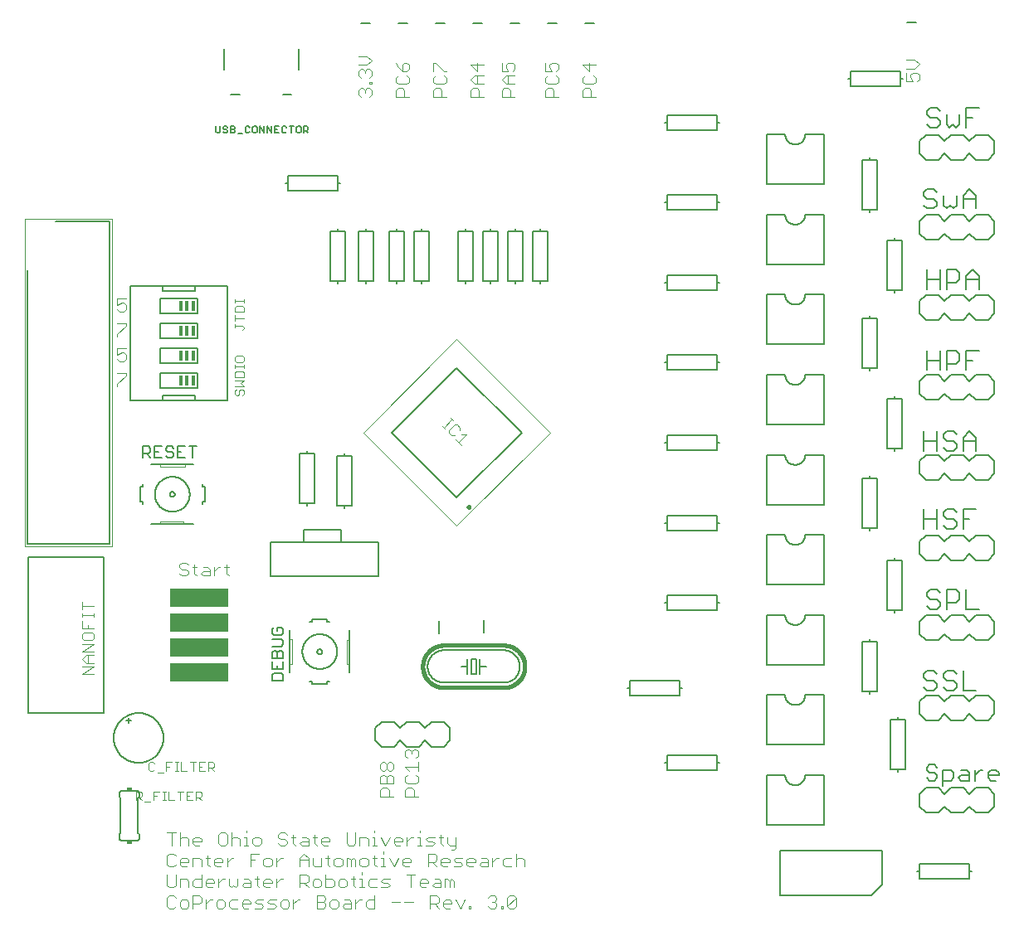
<source format=gto>
G75*
%MOIN*%
%OFA0B0*%
%FSLAX25Y25*%
%IPPOS*%
%LPD*%
%AMOC8*
5,1,8,0,0,1.08239X$1,22.5*
%
%ADD10C,0.00300*%
%ADD11C,0.00400*%
%ADD12C,0.00700*%
%ADD13R,0.23750X0.07500*%
%ADD14C,0.00600*%
%ADD15C,0.00197*%
%ADD16C,0.00787*%
%ADD17C,0.00984*%
%ADD18C,0.00800*%
%ADD19C,0.00500*%
%ADD20C,0.01600*%
%ADD21C,0.00200*%
%ADD22R,0.01500X0.04000*%
%ADD23R,0.02000X0.01500*%
D10*
X0091814Y0243552D02*
X0092431Y0243552D01*
X0093048Y0244169D01*
X0093048Y0245404D01*
X0093666Y0246021D01*
X0094283Y0246021D01*
X0094900Y0245404D01*
X0094900Y0244169D01*
X0094283Y0243552D01*
X0091814Y0243552D02*
X0091197Y0244169D01*
X0091197Y0245404D01*
X0091814Y0246021D01*
X0091197Y0247235D02*
X0094900Y0247235D01*
X0093666Y0248470D01*
X0094900Y0249704D01*
X0091197Y0249704D01*
X0091197Y0250918D02*
X0091197Y0252770D01*
X0091814Y0253387D01*
X0094283Y0253387D01*
X0094900Y0252770D01*
X0094900Y0250918D01*
X0091197Y0250918D01*
X0091197Y0254601D02*
X0091197Y0255836D01*
X0091197Y0255219D02*
X0094900Y0255219D01*
X0094900Y0255836D02*
X0094900Y0254601D01*
X0094283Y0257057D02*
X0091814Y0257057D01*
X0091197Y0257674D01*
X0091197Y0258908D01*
X0091814Y0259526D01*
X0094283Y0259526D01*
X0094900Y0258908D01*
X0094900Y0257674D01*
X0094283Y0257057D01*
X0094283Y0269802D02*
X0094900Y0270419D01*
X0094900Y0271036D01*
X0094283Y0271654D01*
X0091197Y0271654D01*
X0091197Y0272271D02*
X0091197Y0271036D01*
X0091197Y0273485D02*
X0091197Y0275954D01*
X0091197Y0277168D02*
X0091197Y0279020D01*
X0091814Y0279637D01*
X0094283Y0279637D01*
X0094900Y0279020D01*
X0094900Y0277168D01*
X0091197Y0277168D01*
X0091197Y0274720D02*
X0094900Y0274720D01*
X0094900Y0280851D02*
X0094900Y0282086D01*
X0094900Y0281469D02*
X0091197Y0281469D01*
X0091197Y0282086D02*
X0091197Y0280851D01*
D11*
X0064000Y0038219D02*
X0064867Y0037352D01*
X0066602Y0037352D01*
X0067470Y0038219D01*
X0069156Y0038219D02*
X0070024Y0037352D01*
X0071759Y0037352D01*
X0072626Y0038219D01*
X0072626Y0039954D01*
X0071759Y0040822D01*
X0070024Y0040822D01*
X0069156Y0039954D01*
X0069156Y0038219D01*
X0067470Y0041689D02*
X0066602Y0042556D01*
X0064867Y0042556D01*
X0064000Y0041689D01*
X0064000Y0038219D01*
X0064867Y0045752D02*
X0064000Y0046619D01*
X0064000Y0050956D01*
X0064867Y0054152D02*
X0064000Y0055019D01*
X0064000Y0058489D01*
X0064867Y0059356D01*
X0066602Y0059356D01*
X0067470Y0058489D01*
X0069156Y0056754D02*
X0070024Y0057622D01*
X0071759Y0057622D01*
X0072626Y0056754D01*
X0072626Y0055887D01*
X0069156Y0055887D01*
X0069156Y0056754D02*
X0069156Y0055019D01*
X0070024Y0054152D01*
X0071759Y0054152D01*
X0074313Y0054152D02*
X0074313Y0057622D01*
X0076915Y0057622D01*
X0077782Y0056754D01*
X0077782Y0054152D01*
X0080337Y0055019D02*
X0081204Y0054152D01*
X0080337Y0055019D02*
X0080337Y0058489D01*
X0079469Y0057622D02*
X0081204Y0057622D01*
X0082907Y0056754D02*
X0083774Y0057622D01*
X0085509Y0057622D01*
X0086376Y0056754D01*
X0086376Y0055887D01*
X0082907Y0055887D01*
X0082907Y0056754D02*
X0082907Y0055019D01*
X0083774Y0054152D01*
X0085509Y0054152D01*
X0088063Y0054152D02*
X0088063Y0057622D01*
X0088063Y0055887D02*
X0089798Y0057622D01*
X0090665Y0057622D01*
X0089782Y0062552D02*
X0089782Y0067756D01*
X0088095Y0066889D02*
X0088095Y0063419D01*
X0087228Y0062552D01*
X0085493Y0062552D01*
X0084626Y0063419D01*
X0084626Y0066889D01*
X0085493Y0067756D01*
X0087228Y0067756D01*
X0088095Y0066889D01*
X0089782Y0065154D02*
X0090649Y0066022D01*
X0092384Y0066022D01*
X0093252Y0065154D01*
X0093252Y0062552D01*
X0094938Y0062552D02*
X0096673Y0062552D01*
X0095806Y0062552D02*
X0095806Y0066022D01*
X0094938Y0066022D01*
X0095806Y0067756D02*
X0095806Y0068624D01*
X0099243Y0066022D02*
X0098376Y0065154D01*
X0098376Y0063419D01*
X0099243Y0062552D01*
X0100978Y0062552D01*
X0101846Y0063419D01*
X0101846Y0065154D01*
X0100978Y0066022D01*
X0099243Y0066022D01*
X0097517Y0059356D02*
X0100986Y0059356D01*
X0103540Y0057622D02*
X0102673Y0056754D01*
X0102673Y0055019D01*
X0103540Y0054152D01*
X0105275Y0054152D01*
X0106143Y0055019D01*
X0106143Y0056754D01*
X0105275Y0057622D01*
X0103540Y0057622D01*
X0107829Y0057622D02*
X0107829Y0054152D01*
X0107829Y0055887D02*
X0109564Y0057622D01*
X0110432Y0057622D01*
X0111291Y0062552D02*
X0109556Y0062552D01*
X0108689Y0063419D01*
X0109556Y0065154D02*
X0108689Y0066022D01*
X0108689Y0066889D01*
X0109556Y0067756D01*
X0111291Y0067756D01*
X0112158Y0066889D01*
X0113845Y0066022D02*
X0115580Y0066022D01*
X0114713Y0066889D02*
X0114713Y0063419D01*
X0115580Y0062552D01*
X0117283Y0063419D02*
X0118150Y0064287D01*
X0120752Y0064287D01*
X0120752Y0065154D02*
X0120752Y0062552D01*
X0118150Y0062552D01*
X0117283Y0063419D01*
X0118150Y0066022D02*
X0119885Y0066022D01*
X0120752Y0065154D01*
X0122439Y0066022D02*
X0124174Y0066022D01*
X0123307Y0066889D02*
X0123307Y0063419D01*
X0124174Y0062552D01*
X0125877Y0063419D02*
X0125877Y0065154D01*
X0126744Y0066022D01*
X0128479Y0066022D01*
X0129346Y0065154D01*
X0129346Y0064287D01*
X0125877Y0064287D01*
X0125877Y0063419D02*
X0126744Y0062552D01*
X0128479Y0062552D01*
X0128463Y0058489D02*
X0128463Y0055019D01*
X0129330Y0054152D01*
X0131033Y0055019D02*
X0131901Y0054152D01*
X0133635Y0054152D01*
X0134503Y0055019D01*
X0134503Y0056754D01*
X0133635Y0057622D01*
X0131901Y0057622D01*
X0131033Y0056754D01*
X0131033Y0055019D01*
X0129330Y0057622D02*
X0127596Y0057622D01*
X0125909Y0057622D02*
X0125909Y0054152D01*
X0123307Y0054152D01*
X0122439Y0055019D01*
X0122439Y0057622D01*
X0120752Y0057622D02*
X0120752Y0054152D01*
X0120752Y0056754D02*
X0117283Y0056754D01*
X0117283Y0057622D02*
X0117283Y0054152D01*
X0117283Y0050956D02*
X0119885Y0050956D01*
X0120752Y0050089D01*
X0120752Y0048354D01*
X0119885Y0047487D01*
X0117283Y0047487D01*
X0119018Y0047487D02*
X0120752Y0045752D01*
X0122439Y0046619D02*
X0123307Y0045752D01*
X0125041Y0045752D01*
X0125909Y0046619D01*
X0125909Y0048354D01*
X0125041Y0049222D01*
X0123307Y0049222D01*
X0122439Y0048354D01*
X0122439Y0046619D01*
X0124158Y0042556D02*
X0126760Y0042556D01*
X0127628Y0041689D01*
X0127628Y0040822D01*
X0126760Y0039954D01*
X0124158Y0039954D01*
X0124158Y0037352D02*
X0126760Y0037352D01*
X0127628Y0038219D01*
X0127628Y0039087D01*
X0126760Y0039954D01*
X0129314Y0039954D02*
X0130182Y0040822D01*
X0131917Y0040822D01*
X0132784Y0039954D01*
X0132784Y0038219D01*
X0131917Y0037352D01*
X0130182Y0037352D01*
X0129314Y0038219D01*
X0129314Y0039954D01*
X0134471Y0038219D02*
X0135338Y0039087D01*
X0137940Y0039087D01*
X0137940Y0039954D02*
X0137940Y0037352D01*
X0135338Y0037352D01*
X0134471Y0038219D01*
X0135338Y0040822D02*
X0137073Y0040822D01*
X0137940Y0039954D01*
X0139627Y0039087D02*
X0141362Y0040822D01*
X0142229Y0040822D01*
X0143924Y0039954D02*
X0144792Y0040822D01*
X0147394Y0040822D01*
X0147394Y0042556D02*
X0147394Y0037352D01*
X0144792Y0037352D01*
X0143924Y0038219D01*
X0143924Y0039954D01*
X0139627Y0040822D02*
X0139627Y0037352D01*
X0139643Y0045752D02*
X0138776Y0046619D01*
X0138776Y0050089D01*
X0137908Y0049222D02*
X0139643Y0049222D01*
X0141346Y0049222D02*
X0142213Y0049222D01*
X0142213Y0045752D01*
X0141346Y0045752D02*
X0143081Y0045752D01*
X0144784Y0046619D02*
X0145651Y0045752D01*
X0148253Y0045752D01*
X0149940Y0045752D02*
X0152542Y0045752D01*
X0153410Y0046619D01*
X0152542Y0047487D01*
X0150807Y0047487D01*
X0149940Y0048354D01*
X0150807Y0049222D01*
X0153410Y0049222D01*
X0155112Y0054152D02*
X0156847Y0057622D01*
X0158534Y0056754D02*
X0159401Y0057622D01*
X0161136Y0057622D01*
X0162004Y0056754D01*
X0162004Y0055887D01*
X0158534Y0055887D01*
X0158534Y0056754D02*
X0158534Y0055019D01*
X0159401Y0054152D01*
X0161136Y0054152D01*
X0161988Y0050956D02*
X0161988Y0045752D01*
X0165409Y0046619D02*
X0165409Y0048354D01*
X0166277Y0049222D01*
X0168011Y0049222D01*
X0168879Y0048354D01*
X0168879Y0047487D01*
X0165409Y0047487D01*
X0165409Y0046619D02*
X0166277Y0045752D01*
X0168011Y0045752D01*
X0170566Y0046619D02*
X0171433Y0047487D01*
X0174035Y0047487D01*
X0174035Y0048354D02*
X0174035Y0045752D01*
X0171433Y0045752D01*
X0170566Y0046619D01*
X0171433Y0049222D02*
X0173168Y0049222D01*
X0174035Y0048354D01*
X0175722Y0049222D02*
X0175722Y0045752D01*
X0177457Y0045752D02*
X0177457Y0048354D01*
X0178324Y0049222D01*
X0179192Y0048354D01*
X0179192Y0045752D01*
X0177457Y0048354D02*
X0176589Y0049222D01*
X0175722Y0049222D01*
X0174871Y0054152D02*
X0174003Y0055019D01*
X0174003Y0056754D01*
X0174871Y0057622D01*
X0176605Y0057622D01*
X0177473Y0056754D01*
X0177473Y0055887D01*
X0174003Y0055887D01*
X0172316Y0056754D02*
X0172316Y0058489D01*
X0171449Y0059356D01*
X0168847Y0059356D01*
X0168847Y0054152D01*
X0168847Y0055887D02*
X0171449Y0055887D01*
X0172316Y0056754D01*
X0170582Y0055887D02*
X0172316Y0054152D01*
X0174871Y0054152D02*
X0176605Y0054152D01*
X0179160Y0054152D02*
X0181762Y0054152D01*
X0182629Y0055019D01*
X0181762Y0055887D01*
X0180027Y0055887D01*
X0179160Y0056754D01*
X0180027Y0057622D01*
X0182629Y0057622D01*
X0184316Y0056754D02*
X0185183Y0057622D01*
X0186918Y0057622D01*
X0187786Y0056754D01*
X0187786Y0055887D01*
X0184316Y0055887D01*
X0184316Y0056754D02*
X0184316Y0055019D01*
X0185183Y0054152D01*
X0186918Y0054152D01*
X0189472Y0055019D02*
X0190340Y0055887D01*
X0192942Y0055887D01*
X0192942Y0056754D02*
X0192942Y0054152D01*
X0190340Y0054152D01*
X0189472Y0055019D01*
X0190340Y0057622D02*
X0192075Y0057622D01*
X0192942Y0056754D01*
X0194629Y0055887D02*
X0196364Y0057622D01*
X0197231Y0057622D01*
X0198926Y0056754D02*
X0198926Y0055019D01*
X0199793Y0054152D01*
X0202395Y0054152D01*
X0204082Y0054152D02*
X0204082Y0059356D01*
X0204950Y0057622D02*
X0206684Y0057622D01*
X0207552Y0056754D01*
X0207552Y0054152D01*
X0204082Y0056754D02*
X0204950Y0057622D01*
X0202395Y0057622D02*
X0199793Y0057622D01*
X0198926Y0056754D01*
X0194629Y0057622D02*
X0194629Y0054152D01*
X0193777Y0042556D02*
X0192910Y0041689D01*
X0193777Y0042556D02*
X0195512Y0042556D01*
X0196380Y0041689D01*
X0196380Y0040822D01*
X0195512Y0039954D01*
X0196380Y0039087D01*
X0196380Y0038219D01*
X0195512Y0037352D01*
X0193777Y0037352D01*
X0192910Y0038219D01*
X0194645Y0039954D02*
X0195512Y0039954D01*
X0198066Y0038219D02*
X0198934Y0038219D01*
X0198934Y0037352D01*
X0198066Y0037352D01*
X0198066Y0038219D01*
X0200645Y0038219D02*
X0204114Y0041689D01*
X0204114Y0038219D01*
X0203247Y0037352D01*
X0201512Y0037352D01*
X0200645Y0038219D01*
X0200645Y0041689D01*
X0201512Y0042556D01*
X0203247Y0042556D01*
X0204114Y0041689D01*
X0186043Y0038219D02*
X0186043Y0037352D01*
X0185175Y0037352D01*
X0185175Y0038219D01*
X0186043Y0038219D01*
X0183489Y0040822D02*
X0181754Y0037352D01*
X0180019Y0040822D01*
X0178332Y0039954D02*
X0177465Y0040822D01*
X0175730Y0040822D01*
X0174863Y0039954D01*
X0174863Y0038219D01*
X0175730Y0037352D01*
X0177465Y0037352D01*
X0178332Y0039087D02*
X0174863Y0039087D01*
X0173176Y0039954D02*
X0173176Y0041689D01*
X0172308Y0042556D01*
X0169706Y0042556D01*
X0169706Y0037352D01*
X0169706Y0039087D02*
X0172308Y0039087D01*
X0173176Y0039954D01*
X0171441Y0039087D02*
X0173176Y0037352D01*
X0178332Y0039087D02*
X0178332Y0039954D01*
X0162863Y0039954D02*
X0159393Y0039954D01*
X0157707Y0039954D02*
X0154237Y0039954D01*
X0148253Y0049222D02*
X0145651Y0049222D01*
X0144784Y0048354D01*
X0144784Y0046619D01*
X0142213Y0050956D02*
X0142213Y0051824D01*
X0142213Y0054152D02*
X0141346Y0055019D01*
X0141346Y0056754D01*
X0142213Y0057622D01*
X0143948Y0057622D01*
X0144816Y0056754D01*
X0144816Y0055019D01*
X0143948Y0054152D01*
X0142213Y0054152D01*
X0139659Y0054152D02*
X0139659Y0056754D01*
X0138792Y0057622D01*
X0137924Y0056754D01*
X0137924Y0054152D01*
X0136190Y0054152D02*
X0136190Y0057622D01*
X0137057Y0057622D01*
X0137924Y0056754D01*
X0135354Y0049222D02*
X0133619Y0049222D01*
X0132752Y0048354D01*
X0132752Y0046619D01*
X0133619Y0045752D01*
X0135354Y0045752D01*
X0136222Y0046619D01*
X0136222Y0048354D01*
X0135354Y0049222D01*
X0131065Y0048354D02*
X0130198Y0049222D01*
X0127596Y0049222D01*
X0127596Y0050956D02*
X0127596Y0045752D01*
X0130198Y0045752D01*
X0131065Y0046619D01*
X0131065Y0048354D01*
X0124158Y0042556D02*
X0124158Y0037352D01*
X0117307Y0040822D02*
X0116439Y0040822D01*
X0114705Y0039087D01*
X0114705Y0037352D02*
X0114705Y0040822D01*
X0113018Y0039954D02*
X0112150Y0040822D01*
X0110416Y0040822D01*
X0109548Y0039954D01*
X0109548Y0038219D01*
X0110416Y0037352D01*
X0112150Y0037352D01*
X0113018Y0038219D01*
X0113018Y0039954D01*
X0107861Y0040822D02*
X0105259Y0040822D01*
X0104392Y0039954D01*
X0105259Y0039087D01*
X0106994Y0039087D01*
X0107861Y0038219D01*
X0106994Y0037352D01*
X0104392Y0037352D01*
X0102705Y0038219D02*
X0101838Y0039087D01*
X0100103Y0039087D01*
X0099235Y0039954D01*
X0100103Y0040822D01*
X0102705Y0040822D01*
X0102705Y0038219D02*
X0101838Y0037352D01*
X0099235Y0037352D01*
X0097549Y0039087D02*
X0094079Y0039087D01*
X0094079Y0039954D02*
X0094946Y0040822D01*
X0096681Y0040822D01*
X0097549Y0039954D01*
X0097549Y0039087D01*
X0096681Y0037352D02*
X0094946Y0037352D01*
X0094079Y0038219D01*
X0094079Y0039954D01*
X0092392Y0040822D02*
X0089790Y0040822D01*
X0088923Y0039954D01*
X0088923Y0038219D01*
X0089790Y0037352D01*
X0092392Y0037352D01*
X0087236Y0038219D02*
X0087236Y0039954D01*
X0086368Y0040822D01*
X0084634Y0040822D01*
X0083766Y0039954D01*
X0083766Y0038219D01*
X0084634Y0037352D01*
X0086368Y0037352D01*
X0087236Y0038219D01*
X0082071Y0040822D02*
X0081204Y0040822D01*
X0079469Y0039087D01*
X0079469Y0037352D02*
X0079469Y0040822D01*
X0077782Y0041689D02*
X0077782Y0039954D01*
X0076915Y0039087D01*
X0074313Y0039087D01*
X0074313Y0037352D02*
X0074313Y0042556D01*
X0076915Y0042556D01*
X0077782Y0041689D01*
X0077782Y0045752D02*
X0075180Y0045752D01*
X0074313Y0046619D01*
X0074313Y0048354D01*
X0075180Y0049222D01*
X0077782Y0049222D01*
X0077782Y0050956D02*
X0077782Y0045752D01*
X0079469Y0046619D02*
X0079469Y0048354D01*
X0080337Y0049222D01*
X0082071Y0049222D01*
X0082939Y0048354D01*
X0082939Y0047487D01*
X0079469Y0047487D01*
X0079469Y0046619D02*
X0080337Y0045752D01*
X0082071Y0045752D01*
X0084626Y0045752D02*
X0084626Y0049222D01*
X0086360Y0049222D02*
X0084626Y0047487D01*
X0086360Y0049222D02*
X0087228Y0049222D01*
X0088923Y0049222D02*
X0088923Y0046619D01*
X0089790Y0045752D01*
X0090657Y0046619D01*
X0091525Y0045752D01*
X0092392Y0046619D01*
X0092392Y0049222D01*
X0094946Y0049222D02*
X0096681Y0049222D01*
X0097549Y0048354D01*
X0097549Y0045752D01*
X0094946Y0045752D01*
X0094079Y0046619D01*
X0094946Y0047487D01*
X0097549Y0047487D01*
X0099235Y0049222D02*
X0100970Y0049222D01*
X0100103Y0050089D02*
X0100103Y0046619D01*
X0100970Y0045752D01*
X0102673Y0046619D02*
X0102673Y0048354D01*
X0103540Y0049222D01*
X0105275Y0049222D01*
X0106143Y0048354D01*
X0106143Y0047487D01*
X0102673Y0047487D01*
X0102673Y0046619D02*
X0103540Y0045752D01*
X0105275Y0045752D01*
X0107829Y0045752D02*
X0107829Y0049222D01*
X0107829Y0047487D02*
X0109564Y0049222D01*
X0110432Y0049222D01*
X0117283Y0050956D02*
X0117283Y0045752D01*
X0117283Y0057622D02*
X0119018Y0059356D01*
X0120752Y0057622D01*
X0112158Y0063419D02*
X0111291Y0062552D01*
X0112158Y0063419D02*
X0112158Y0064287D01*
X0111291Y0065154D01*
X0109556Y0065154D01*
X0099251Y0056754D02*
X0097517Y0056754D01*
X0097517Y0054152D02*
X0097517Y0059356D01*
X0077782Y0064287D02*
X0074313Y0064287D01*
X0074313Y0065154D02*
X0074313Y0063419D01*
X0075180Y0062552D01*
X0076915Y0062552D01*
X0077782Y0064287D02*
X0077782Y0065154D01*
X0076915Y0066022D01*
X0075180Y0066022D01*
X0074313Y0065154D01*
X0072626Y0065154D02*
X0072626Y0062552D01*
X0072626Y0065154D02*
X0071759Y0066022D01*
X0070024Y0066022D01*
X0069156Y0065154D01*
X0069156Y0067756D02*
X0069156Y0062552D01*
X0065735Y0062552D02*
X0065735Y0067756D01*
X0064000Y0067756D02*
X0067470Y0067756D01*
X0067470Y0055019D02*
X0066602Y0054152D01*
X0064867Y0054152D01*
X0067470Y0050956D02*
X0067470Y0046619D01*
X0066602Y0045752D01*
X0064867Y0045752D01*
X0069156Y0045752D02*
X0069156Y0049222D01*
X0071759Y0049222D01*
X0072626Y0048354D01*
X0072626Y0045752D01*
X0071818Y0080852D02*
X0074153Y0080852D01*
X0075409Y0080852D02*
X0075409Y0084355D01*
X0077160Y0084355D01*
X0077744Y0083771D01*
X0077744Y0082603D01*
X0077160Y0082020D01*
X0075409Y0082020D01*
X0076577Y0082020D02*
X0077744Y0080852D01*
X0074153Y0084355D02*
X0071818Y0084355D01*
X0071818Y0080852D01*
X0071818Y0082603D02*
X0072986Y0082603D01*
X0070562Y0084355D02*
X0068227Y0084355D01*
X0069394Y0084355D02*
X0069394Y0080852D01*
X0066971Y0080852D02*
X0064636Y0080852D01*
X0064636Y0084355D01*
X0063409Y0084355D02*
X0062242Y0084355D01*
X0062826Y0084355D02*
X0062826Y0080852D01*
X0063409Y0080852D02*
X0062242Y0080852D01*
X0059818Y0082603D02*
X0058651Y0082603D01*
X0058651Y0080852D02*
X0058651Y0084355D01*
X0060986Y0084355D01*
X0057395Y0080268D02*
X0055060Y0080268D01*
X0053804Y0080852D02*
X0052636Y0082020D01*
X0053220Y0082020D02*
X0051468Y0082020D01*
X0051468Y0080852D02*
X0051468Y0084355D01*
X0053220Y0084355D01*
X0053804Y0083771D01*
X0053804Y0082603D01*
X0053220Y0082020D01*
X0057084Y0092602D02*
X0058251Y0092602D01*
X0058835Y0093186D01*
X0060091Y0092018D02*
X0062426Y0092018D01*
X0063682Y0092602D02*
X0063682Y0096105D01*
X0066017Y0096105D01*
X0067273Y0096105D02*
X0068441Y0096105D01*
X0067857Y0096105D02*
X0067857Y0092602D01*
X0067273Y0092602D02*
X0068441Y0092602D01*
X0069667Y0092602D02*
X0069667Y0096105D01*
X0069667Y0092602D02*
X0072003Y0092602D01*
X0074426Y0092602D02*
X0074426Y0096105D01*
X0073258Y0096105D02*
X0075594Y0096105D01*
X0076849Y0096105D02*
X0076849Y0092602D01*
X0079185Y0092602D01*
X0080440Y0092602D02*
X0080440Y0096105D01*
X0082192Y0096105D01*
X0082776Y0095521D01*
X0082776Y0094353D01*
X0082192Y0093770D01*
X0080440Y0093770D01*
X0081608Y0093770D02*
X0082776Y0092602D01*
X0079185Y0096105D02*
X0076849Y0096105D01*
X0076849Y0094353D02*
X0078017Y0094353D01*
X0064850Y0094353D02*
X0063682Y0094353D01*
X0058835Y0095521D02*
X0058251Y0096105D01*
X0057084Y0096105D01*
X0056500Y0095521D01*
X0056500Y0093186D01*
X0057084Y0092602D01*
X0034524Y0131444D02*
X0029920Y0131444D01*
X0034524Y0134513D01*
X0029920Y0134513D01*
X0031455Y0136048D02*
X0029920Y0137582D01*
X0031455Y0139117D01*
X0034524Y0139117D01*
X0034524Y0140651D02*
X0029920Y0140651D01*
X0034524Y0143721D01*
X0029920Y0143721D01*
X0030687Y0145255D02*
X0033757Y0145255D01*
X0034524Y0146023D01*
X0034524Y0147557D01*
X0033757Y0148325D01*
X0030687Y0148325D01*
X0029920Y0147557D01*
X0029920Y0146023D01*
X0030687Y0145255D01*
X0029920Y0149859D02*
X0029920Y0152929D01*
X0029920Y0154463D02*
X0029920Y0155998D01*
X0029920Y0155231D02*
X0034524Y0155231D01*
X0034524Y0155998D02*
X0034524Y0154463D01*
X0032222Y0151394D02*
X0032222Y0149859D01*
X0034524Y0149859D02*
X0029920Y0149859D01*
X0029920Y0157532D02*
X0029920Y0160602D01*
X0029920Y0159067D02*
X0034524Y0159067D01*
X0032222Y0139117D02*
X0032222Y0136048D01*
X0031455Y0136048D02*
X0034524Y0136048D01*
X0069867Y0171102D02*
X0069000Y0171969D01*
X0069867Y0171102D02*
X0071602Y0171102D01*
X0072470Y0171969D01*
X0072470Y0172837D01*
X0071602Y0173704D01*
X0069867Y0173704D01*
X0069000Y0174572D01*
X0069000Y0175439D01*
X0069867Y0176306D01*
X0071602Y0176306D01*
X0072470Y0175439D01*
X0074156Y0174572D02*
X0075891Y0174572D01*
X0075024Y0175439D02*
X0075024Y0171969D01*
X0075891Y0171102D01*
X0077594Y0171969D02*
X0078461Y0172837D01*
X0081064Y0172837D01*
X0081064Y0173704D02*
X0081064Y0171102D01*
X0078461Y0171102D01*
X0077594Y0171969D01*
X0078461Y0174572D02*
X0080196Y0174572D01*
X0081064Y0173704D01*
X0082750Y0172837D02*
X0084485Y0174572D01*
X0085353Y0174572D01*
X0087047Y0174572D02*
X0088782Y0174572D01*
X0087915Y0175439D02*
X0087915Y0171969D01*
X0088782Y0171102D01*
X0082750Y0171102D02*
X0082750Y0174572D01*
X0044000Y0247352D02*
X0044000Y0248219D01*
X0047470Y0251689D01*
X0047470Y0252556D01*
X0044000Y0252556D01*
X0044867Y0257352D02*
X0044000Y0258219D01*
X0044867Y0257352D02*
X0046602Y0257352D01*
X0047470Y0258219D01*
X0047470Y0259954D01*
X0046602Y0260822D01*
X0045735Y0260822D01*
X0044000Y0259954D01*
X0044000Y0262556D01*
X0047470Y0262556D01*
X0044000Y0267352D02*
X0044000Y0268219D01*
X0047470Y0271689D01*
X0047470Y0272556D01*
X0044000Y0272556D01*
X0044867Y0277352D02*
X0044000Y0278219D01*
X0044867Y0277352D02*
X0046602Y0277352D01*
X0047470Y0278219D01*
X0047470Y0279954D01*
X0046602Y0280822D01*
X0045735Y0280822D01*
X0044000Y0279954D01*
X0044000Y0282556D01*
X0047470Y0282556D01*
X0140896Y0364469D02*
X0140896Y0366204D01*
X0141763Y0367072D01*
X0142630Y0367072D01*
X0143498Y0366204D01*
X0144365Y0367072D01*
X0145233Y0367072D01*
X0146100Y0366204D01*
X0146100Y0364469D01*
X0145233Y0363602D01*
X0143498Y0365337D02*
X0143498Y0366204D01*
X0145233Y0368758D02*
X0145233Y0369626D01*
X0146100Y0369626D01*
X0146100Y0368758D01*
X0145233Y0368758D01*
X0145233Y0371337D02*
X0146100Y0372204D01*
X0146100Y0373939D01*
X0145233Y0374806D01*
X0144365Y0374806D01*
X0143498Y0373939D01*
X0143498Y0373071D01*
X0143498Y0373939D02*
X0142630Y0374806D01*
X0141763Y0374806D01*
X0140896Y0373939D01*
X0140896Y0372204D01*
X0141763Y0371337D01*
X0140896Y0376493D02*
X0144365Y0376493D01*
X0146100Y0378228D01*
X0144365Y0379963D01*
X0140896Y0379963D01*
X0155896Y0377384D02*
X0156763Y0375650D01*
X0158498Y0373915D01*
X0158498Y0376517D01*
X0159365Y0377384D01*
X0160233Y0377384D01*
X0161100Y0376517D01*
X0161100Y0374782D01*
X0160233Y0373915D01*
X0158498Y0373915D01*
X0160233Y0372228D02*
X0161100Y0371361D01*
X0161100Y0369626D01*
X0160233Y0368758D01*
X0156763Y0368758D01*
X0155896Y0369626D01*
X0155896Y0371361D01*
X0156763Y0372228D01*
X0156763Y0367072D02*
X0158498Y0367072D01*
X0159365Y0366204D01*
X0159365Y0363602D01*
X0161100Y0363602D02*
X0155896Y0363602D01*
X0155896Y0366204D01*
X0156763Y0367072D01*
X0141763Y0363602D02*
X0140896Y0364469D01*
X0170896Y0363602D02*
X0170896Y0366204D01*
X0171763Y0367072D01*
X0173498Y0367072D01*
X0174365Y0366204D01*
X0174365Y0363602D01*
X0176100Y0363602D02*
X0170896Y0363602D01*
X0171763Y0368758D02*
X0175233Y0368758D01*
X0176100Y0369626D01*
X0176100Y0371361D01*
X0175233Y0372228D01*
X0175233Y0373915D02*
X0171763Y0377384D01*
X0170896Y0377384D01*
X0170896Y0373915D01*
X0171763Y0372228D02*
X0170896Y0371361D01*
X0170896Y0369626D01*
X0171763Y0368758D01*
X0175233Y0373915D02*
X0176100Y0373915D01*
X0185896Y0376517D02*
X0188498Y0373915D01*
X0188498Y0377384D01*
X0191100Y0376517D02*
X0185896Y0376517D01*
X0187630Y0372228D02*
X0191100Y0372228D01*
X0188498Y0372228D02*
X0188498Y0368758D01*
X0187630Y0368758D02*
X0185896Y0370493D01*
X0187630Y0372228D01*
X0187630Y0368758D02*
X0191100Y0368758D01*
X0189365Y0366204D02*
X0189365Y0363602D01*
X0191100Y0363602D02*
X0185896Y0363602D01*
X0185896Y0366204D01*
X0186763Y0367072D01*
X0188498Y0367072D01*
X0189365Y0366204D01*
X0198396Y0366204D02*
X0198396Y0363602D01*
X0203600Y0363602D01*
X0201865Y0363602D02*
X0201865Y0366204D01*
X0200998Y0367072D01*
X0199263Y0367072D01*
X0198396Y0366204D01*
X0200130Y0368758D02*
X0198396Y0370493D01*
X0200130Y0372228D01*
X0203600Y0372228D01*
X0202733Y0373915D02*
X0203600Y0374782D01*
X0203600Y0376517D01*
X0202733Y0377384D01*
X0200998Y0377384D01*
X0200130Y0376517D01*
X0200130Y0375650D01*
X0200998Y0373915D01*
X0198396Y0373915D01*
X0198396Y0377384D01*
X0200998Y0372228D02*
X0200998Y0368758D01*
X0200130Y0368758D02*
X0203600Y0368758D01*
X0215896Y0369626D02*
X0216763Y0368758D01*
X0220233Y0368758D01*
X0221100Y0369626D01*
X0221100Y0371361D01*
X0220233Y0372228D01*
X0220233Y0373915D02*
X0221100Y0374782D01*
X0221100Y0376517D01*
X0220233Y0377384D01*
X0218498Y0377384D01*
X0217630Y0376517D01*
X0217630Y0375650D01*
X0218498Y0373915D01*
X0215896Y0373915D01*
X0215896Y0377384D01*
X0216763Y0372228D02*
X0215896Y0371361D01*
X0215896Y0369626D01*
X0216763Y0367072D02*
X0218498Y0367072D01*
X0219365Y0366204D01*
X0219365Y0363602D01*
X0221100Y0363602D02*
X0215896Y0363602D01*
X0215896Y0366204D01*
X0216763Y0367072D01*
X0230896Y0366204D02*
X0230896Y0363602D01*
X0236100Y0363602D01*
X0234365Y0363602D02*
X0234365Y0366204D01*
X0233498Y0367072D01*
X0231763Y0367072D01*
X0230896Y0366204D01*
X0231763Y0368758D02*
X0235233Y0368758D01*
X0236100Y0369626D01*
X0236100Y0371361D01*
X0235233Y0372228D01*
X0233498Y0373915D02*
X0233498Y0377384D01*
X0236100Y0376517D02*
X0230896Y0376517D01*
X0233498Y0373915D01*
X0231763Y0372228D02*
X0230896Y0371361D01*
X0230896Y0369626D01*
X0231763Y0368758D01*
X0360896Y0369852D02*
X0363498Y0369852D01*
X0362630Y0371587D01*
X0362630Y0372454D01*
X0363498Y0373322D01*
X0365233Y0373322D01*
X0366100Y0372454D01*
X0366100Y0370719D01*
X0365233Y0369852D01*
X0360896Y0369852D02*
X0360896Y0373322D01*
X0360896Y0375008D02*
X0364365Y0375008D01*
X0366100Y0376743D01*
X0364365Y0378478D01*
X0360896Y0378478D01*
X0184320Y0227994D02*
X0181064Y0224739D01*
X0179979Y0225824D02*
X0182149Y0223654D01*
X0182149Y0227994D02*
X0184320Y0227994D01*
X0181607Y0229622D02*
X0181607Y0230707D01*
X0180522Y0231792D01*
X0179437Y0231792D01*
X0177266Y0229622D01*
X0177266Y0228537D01*
X0178351Y0227452D01*
X0179437Y0227452D01*
X0175639Y0230165D02*
X0174553Y0231250D01*
X0175096Y0230707D02*
X0178351Y0233963D01*
X0177809Y0234505D02*
X0178894Y0233420D01*
X0163983Y0101291D02*
X0164850Y0100423D01*
X0164850Y0098689D01*
X0163983Y0097821D01*
X0164850Y0096134D02*
X0164850Y0092665D01*
X0164850Y0094400D02*
X0159646Y0094400D01*
X0161380Y0092665D01*
X0160513Y0090978D02*
X0159646Y0090111D01*
X0159646Y0088376D01*
X0160513Y0087508D01*
X0163983Y0087508D01*
X0164850Y0088376D01*
X0164850Y0090111D01*
X0163983Y0090978D01*
X0162248Y0085822D02*
X0160513Y0085822D01*
X0159646Y0084954D01*
X0159646Y0082352D01*
X0164850Y0082352D01*
X0163115Y0082352D02*
X0163115Y0084954D01*
X0162248Y0085822D01*
X0154850Y0087508D02*
X0154850Y0090111D01*
X0153983Y0090978D01*
X0153115Y0090978D01*
X0152248Y0090111D01*
X0152248Y0087508D01*
X0152248Y0085822D02*
X0153115Y0084954D01*
X0153115Y0082352D01*
X0154850Y0082352D02*
X0149646Y0082352D01*
X0149646Y0084954D01*
X0150513Y0085822D01*
X0152248Y0085822D01*
X0154850Y0087508D02*
X0149646Y0087508D01*
X0149646Y0090111D01*
X0150513Y0090978D01*
X0151380Y0090978D01*
X0152248Y0090111D01*
X0153115Y0092665D02*
X0152248Y0093532D01*
X0152248Y0095267D01*
X0153115Y0096134D01*
X0153983Y0096134D01*
X0154850Y0095267D01*
X0154850Y0093532D01*
X0153983Y0092665D01*
X0153115Y0092665D01*
X0152248Y0093532D02*
X0151380Y0092665D01*
X0150513Y0092665D01*
X0149646Y0093532D01*
X0149646Y0095267D01*
X0150513Y0096134D01*
X0151380Y0096134D01*
X0152248Y0095267D01*
X0159646Y0098689D02*
X0159646Y0100423D01*
X0160513Y0101291D01*
X0161380Y0101291D01*
X0162248Y0100423D01*
X0163115Y0101291D01*
X0163983Y0101291D01*
X0162248Y0100423D02*
X0162248Y0099556D01*
X0160513Y0097821D02*
X0159646Y0098689D01*
X0165417Y0068624D02*
X0165417Y0067756D01*
X0165417Y0066022D02*
X0165417Y0062552D01*
X0164550Y0062552D02*
X0166285Y0062552D01*
X0167987Y0062552D02*
X0170590Y0062552D01*
X0171457Y0063419D01*
X0170590Y0064287D01*
X0168855Y0064287D01*
X0167987Y0065154D01*
X0168855Y0066022D01*
X0171457Y0066022D01*
X0173144Y0066022D02*
X0174879Y0066022D01*
X0174011Y0066889D02*
X0174011Y0063419D01*
X0174879Y0062552D01*
X0176581Y0063419D02*
X0177449Y0062552D01*
X0180051Y0062552D01*
X0180051Y0061685D02*
X0179184Y0060817D01*
X0178316Y0060817D01*
X0180051Y0061685D02*
X0180051Y0066022D01*
X0176581Y0066022D02*
X0176581Y0063419D01*
X0165417Y0066022D02*
X0164550Y0066022D01*
X0162855Y0066022D02*
X0161988Y0066022D01*
X0160253Y0064287D01*
X0158566Y0064287D02*
X0155096Y0064287D01*
X0155096Y0065154D02*
X0155096Y0063419D01*
X0155964Y0062552D01*
X0157699Y0062552D01*
X0158566Y0064287D02*
X0158566Y0065154D01*
X0157699Y0066022D01*
X0155964Y0066022D01*
X0155096Y0065154D01*
X0153410Y0066022D02*
X0151675Y0062552D01*
X0149940Y0066022D01*
X0147370Y0066022D02*
X0147370Y0062552D01*
X0148237Y0062552D02*
X0146502Y0062552D01*
X0144816Y0062552D02*
X0144816Y0065154D01*
X0143948Y0066022D01*
X0141346Y0066022D01*
X0141346Y0062552D01*
X0139659Y0063419D02*
X0139659Y0067756D01*
X0136190Y0067756D02*
X0136190Y0063419D01*
X0137057Y0062552D01*
X0138792Y0062552D01*
X0139659Y0063419D01*
X0146502Y0066022D02*
X0147370Y0066022D01*
X0147370Y0067756D02*
X0147370Y0068624D01*
X0150807Y0060224D02*
X0150807Y0059356D01*
X0150807Y0057622D02*
X0150807Y0054152D01*
X0149940Y0054152D02*
X0151675Y0054152D01*
X0155112Y0054152D02*
X0153378Y0057622D01*
X0150807Y0057622D02*
X0149940Y0057622D01*
X0148237Y0057622D02*
X0146502Y0057622D01*
X0147370Y0058489D02*
X0147370Y0055019D01*
X0148237Y0054152D01*
X0160253Y0050956D02*
X0163722Y0050956D01*
X0160253Y0062552D02*
X0160253Y0066022D01*
D12*
X0367900Y0126320D02*
X0369218Y0125002D01*
X0371853Y0125002D01*
X0373171Y0126320D01*
X0373171Y0127638D01*
X0371853Y0128955D01*
X0369218Y0128955D01*
X0367900Y0130273D01*
X0367900Y0131591D01*
X0369218Y0132909D01*
X0371853Y0132909D01*
X0373171Y0131591D01*
X0375819Y0131591D02*
X0375819Y0130273D01*
X0377137Y0128955D01*
X0379772Y0128955D01*
X0381090Y0127638D01*
X0381090Y0126320D01*
X0379772Y0125002D01*
X0377137Y0125002D01*
X0375819Y0126320D01*
X0375819Y0131591D02*
X0377137Y0132909D01*
X0379772Y0132909D01*
X0381090Y0131591D01*
X0383738Y0132909D02*
X0383738Y0125002D01*
X0389009Y0125002D01*
X0390259Y0157502D02*
X0384988Y0157502D01*
X0384988Y0165409D01*
X0382340Y0164091D02*
X0382340Y0161455D01*
X0381022Y0160138D01*
X0377069Y0160138D01*
X0377069Y0157502D02*
X0377069Y0165409D01*
X0381022Y0165409D01*
X0382340Y0164091D01*
X0374421Y0164091D02*
X0373103Y0165409D01*
X0370468Y0165409D01*
X0369150Y0164091D01*
X0369150Y0162773D01*
X0370468Y0161455D01*
X0373103Y0161455D01*
X0374421Y0160138D01*
X0374421Y0158820D01*
X0373103Y0157502D01*
X0370468Y0157502D01*
X0369150Y0158820D01*
X0367900Y0190002D02*
X0367900Y0197909D01*
X0367900Y0193955D02*
X0373171Y0193955D01*
X0375819Y0195273D02*
X0377137Y0193955D01*
X0379772Y0193955D01*
X0381090Y0192638D01*
X0381090Y0191320D01*
X0379772Y0190002D01*
X0377137Y0190002D01*
X0375819Y0191320D01*
X0373171Y0190002D02*
X0373171Y0197909D01*
X0375819Y0196591D02*
X0375819Y0195273D01*
X0375819Y0196591D02*
X0377137Y0197909D01*
X0379772Y0197909D01*
X0381090Y0196591D01*
X0383738Y0197909D02*
X0389009Y0197909D01*
X0386373Y0193955D02*
X0383738Y0193955D01*
X0383738Y0190002D02*
X0383738Y0197909D01*
X0383738Y0221252D02*
X0383738Y0226523D01*
X0386373Y0229159D01*
X0389009Y0226523D01*
X0389009Y0221252D01*
X0389009Y0225205D02*
X0383738Y0225205D01*
X0381090Y0223888D02*
X0381090Y0222570D01*
X0379772Y0221252D01*
X0377137Y0221252D01*
X0375819Y0222570D01*
X0377137Y0225205D02*
X0379772Y0225205D01*
X0381090Y0223888D01*
X0381090Y0227841D02*
X0379772Y0229159D01*
X0377137Y0229159D01*
X0375819Y0227841D01*
X0375819Y0226523D01*
X0377137Y0225205D01*
X0373171Y0225205D02*
X0367900Y0225205D01*
X0367900Y0221252D02*
X0367900Y0229159D01*
X0373171Y0229159D02*
X0373171Y0221252D01*
X0374421Y0253752D02*
X0374421Y0261659D01*
X0377069Y0261659D02*
X0381022Y0261659D01*
X0382340Y0260341D01*
X0382340Y0257705D01*
X0381022Y0256388D01*
X0377069Y0256388D01*
X0377069Y0253752D02*
X0377069Y0261659D01*
X0374421Y0257705D02*
X0369150Y0257705D01*
X0369150Y0253752D02*
X0369150Y0261659D01*
X0384988Y0261659D02*
X0384988Y0253752D01*
X0384988Y0257705D02*
X0387623Y0257705D01*
X0384988Y0261659D02*
X0390259Y0261659D01*
X0390259Y0286252D02*
X0390259Y0291523D01*
X0387623Y0294159D01*
X0384988Y0291523D01*
X0384988Y0286252D01*
X0384988Y0290205D02*
X0390259Y0290205D01*
X0382340Y0290205D02*
X0381022Y0288888D01*
X0377069Y0288888D01*
X0377069Y0286252D02*
X0377069Y0294159D01*
X0381022Y0294159D01*
X0382340Y0292841D01*
X0382340Y0290205D01*
X0374421Y0290205D02*
X0369150Y0290205D01*
X0369150Y0286252D02*
X0369150Y0294159D01*
X0374421Y0294159D02*
X0374421Y0286252D01*
X0371853Y0318752D02*
X0369218Y0318752D01*
X0367900Y0320070D01*
X0369218Y0322705D02*
X0371853Y0322705D01*
X0373171Y0321388D01*
X0373171Y0320070D01*
X0371853Y0318752D01*
X0375819Y0320070D02*
X0375819Y0324023D01*
X0373171Y0325341D02*
X0371853Y0326659D01*
X0369218Y0326659D01*
X0367900Y0325341D01*
X0367900Y0324023D01*
X0369218Y0322705D01*
X0375819Y0320070D02*
X0377137Y0318752D01*
X0378454Y0320070D01*
X0379772Y0318752D01*
X0381090Y0320070D01*
X0381090Y0324023D01*
X0383738Y0324023D02*
X0383738Y0318752D01*
X0383738Y0322705D02*
X0389009Y0322705D01*
X0389009Y0324023D02*
X0389009Y0318752D01*
X0389009Y0324023D02*
X0386373Y0326659D01*
X0383738Y0324023D01*
X0384988Y0351252D02*
X0384988Y0359159D01*
X0390259Y0359159D01*
X0387623Y0355205D02*
X0384988Y0355205D01*
X0382340Y0356523D02*
X0382340Y0352570D01*
X0381022Y0351252D01*
X0379704Y0352570D01*
X0378387Y0351252D01*
X0377069Y0352570D01*
X0377069Y0356523D01*
X0374421Y0357841D02*
X0373103Y0359159D01*
X0370468Y0359159D01*
X0369150Y0357841D01*
X0369150Y0356523D01*
X0370468Y0355205D01*
X0373103Y0355205D01*
X0374421Y0353888D01*
X0374421Y0352570D01*
X0373103Y0351252D01*
X0370468Y0351252D01*
X0369150Y0352570D01*
D13*
X0076925Y0162152D03*
X0076925Y0152152D03*
X0076925Y0142152D03*
X0076925Y0132152D03*
D14*
X0042550Y0105902D02*
X0042553Y0106147D01*
X0042562Y0106393D01*
X0042577Y0106638D01*
X0042598Y0106882D01*
X0042625Y0107126D01*
X0042658Y0107369D01*
X0042697Y0107612D01*
X0042742Y0107853D01*
X0042793Y0108093D01*
X0042850Y0108332D01*
X0042912Y0108569D01*
X0042981Y0108805D01*
X0043055Y0109039D01*
X0043135Y0109271D01*
X0043220Y0109501D01*
X0043311Y0109729D01*
X0043408Y0109954D01*
X0043510Y0110178D01*
X0043618Y0110398D01*
X0043731Y0110616D01*
X0043849Y0110831D01*
X0043973Y0111043D01*
X0044101Y0111252D01*
X0044235Y0111458D01*
X0044374Y0111660D01*
X0044518Y0111859D01*
X0044667Y0112054D01*
X0044820Y0112246D01*
X0044978Y0112434D01*
X0045140Y0112618D01*
X0045308Y0112797D01*
X0045479Y0112973D01*
X0045655Y0113144D01*
X0045834Y0113312D01*
X0046018Y0113474D01*
X0046206Y0113632D01*
X0046398Y0113785D01*
X0046593Y0113934D01*
X0046792Y0114078D01*
X0046994Y0114217D01*
X0047200Y0114351D01*
X0047409Y0114479D01*
X0047621Y0114603D01*
X0047836Y0114721D01*
X0048054Y0114834D01*
X0048274Y0114942D01*
X0048498Y0115044D01*
X0048723Y0115141D01*
X0048951Y0115232D01*
X0049181Y0115317D01*
X0049413Y0115397D01*
X0049647Y0115471D01*
X0049883Y0115540D01*
X0050120Y0115602D01*
X0050359Y0115659D01*
X0050599Y0115710D01*
X0050840Y0115755D01*
X0051083Y0115794D01*
X0051326Y0115827D01*
X0051570Y0115854D01*
X0051814Y0115875D01*
X0052059Y0115890D01*
X0052305Y0115899D01*
X0052550Y0115902D01*
X0052795Y0115899D01*
X0053041Y0115890D01*
X0053286Y0115875D01*
X0053530Y0115854D01*
X0053774Y0115827D01*
X0054017Y0115794D01*
X0054260Y0115755D01*
X0054501Y0115710D01*
X0054741Y0115659D01*
X0054980Y0115602D01*
X0055217Y0115540D01*
X0055453Y0115471D01*
X0055687Y0115397D01*
X0055919Y0115317D01*
X0056149Y0115232D01*
X0056377Y0115141D01*
X0056602Y0115044D01*
X0056826Y0114942D01*
X0057046Y0114834D01*
X0057264Y0114721D01*
X0057479Y0114603D01*
X0057691Y0114479D01*
X0057900Y0114351D01*
X0058106Y0114217D01*
X0058308Y0114078D01*
X0058507Y0113934D01*
X0058702Y0113785D01*
X0058894Y0113632D01*
X0059082Y0113474D01*
X0059266Y0113312D01*
X0059445Y0113144D01*
X0059621Y0112973D01*
X0059792Y0112797D01*
X0059960Y0112618D01*
X0060122Y0112434D01*
X0060280Y0112246D01*
X0060433Y0112054D01*
X0060582Y0111859D01*
X0060726Y0111660D01*
X0060865Y0111458D01*
X0060999Y0111252D01*
X0061127Y0111043D01*
X0061251Y0110831D01*
X0061369Y0110616D01*
X0061482Y0110398D01*
X0061590Y0110178D01*
X0061692Y0109954D01*
X0061789Y0109729D01*
X0061880Y0109501D01*
X0061965Y0109271D01*
X0062045Y0109039D01*
X0062119Y0108805D01*
X0062188Y0108569D01*
X0062250Y0108332D01*
X0062307Y0108093D01*
X0062358Y0107853D01*
X0062403Y0107612D01*
X0062442Y0107369D01*
X0062475Y0107126D01*
X0062502Y0106882D01*
X0062523Y0106638D01*
X0062538Y0106393D01*
X0062547Y0106147D01*
X0062550Y0105902D01*
X0062547Y0105657D01*
X0062538Y0105411D01*
X0062523Y0105166D01*
X0062502Y0104922D01*
X0062475Y0104678D01*
X0062442Y0104435D01*
X0062403Y0104192D01*
X0062358Y0103951D01*
X0062307Y0103711D01*
X0062250Y0103472D01*
X0062188Y0103235D01*
X0062119Y0102999D01*
X0062045Y0102765D01*
X0061965Y0102533D01*
X0061880Y0102303D01*
X0061789Y0102075D01*
X0061692Y0101850D01*
X0061590Y0101626D01*
X0061482Y0101406D01*
X0061369Y0101188D01*
X0061251Y0100973D01*
X0061127Y0100761D01*
X0060999Y0100552D01*
X0060865Y0100346D01*
X0060726Y0100144D01*
X0060582Y0099945D01*
X0060433Y0099750D01*
X0060280Y0099558D01*
X0060122Y0099370D01*
X0059960Y0099186D01*
X0059792Y0099007D01*
X0059621Y0098831D01*
X0059445Y0098660D01*
X0059266Y0098492D01*
X0059082Y0098330D01*
X0058894Y0098172D01*
X0058702Y0098019D01*
X0058507Y0097870D01*
X0058308Y0097726D01*
X0058106Y0097587D01*
X0057900Y0097453D01*
X0057691Y0097325D01*
X0057479Y0097201D01*
X0057264Y0097083D01*
X0057046Y0096970D01*
X0056826Y0096862D01*
X0056602Y0096760D01*
X0056377Y0096663D01*
X0056149Y0096572D01*
X0055919Y0096487D01*
X0055687Y0096407D01*
X0055453Y0096333D01*
X0055217Y0096264D01*
X0054980Y0096202D01*
X0054741Y0096145D01*
X0054501Y0096094D01*
X0054260Y0096049D01*
X0054017Y0096010D01*
X0053774Y0095977D01*
X0053530Y0095950D01*
X0053286Y0095929D01*
X0053041Y0095914D01*
X0052795Y0095905D01*
X0052550Y0095902D01*
X0052305Y0095905D01*
X0052059Y0095914D01*
X0051814Y0095929D01*
X0051570Y0095950D01*
X0051326Y0095977D01*
X0051083Y0096010D01*
X0050840Y0096049D01*
X0050599Y0096094D01*
X0050359Y0096145D01*
X0050120Y0096202D01*
X0049883Y0096264D01*
X0049647Y0096333D01*
X0049413Y0096407D01*
X0049181Y0096487D01*
X0048951Y0096572D01*
X0048723Y0096663D01*
X0048498Y0096760D01*
X0048274Y0096862D01*
X0048054Y0096970D01*
X0047836Y0097083D01*
X0047621Y0097201D01*
X0047409Y0097325D01*
X0047200Y0097453D01*
X0046994Y0097587D01*
X0046792Y0097726D01*
X0046593Y0097870D01*
X0046398Y0098019D01*
X0046206Y0098172D01*
X0046018Y0098330D01*
X0045834Y0098492D01*
X0045655Y0098660D01*
X0045479Y0098831D01*
X0045308Y0099007D01*
X0045140Y0099186D01*
X0044978Y0099370D01*
X0044820Y0099558D01*
X0044667Y0099750D01*
X0044518Y0099945D01*
X0044374Y0100144D01*
X0044235Y0100346D01*
X0044101Y0100552D01*
X0043973Y0100761D01*
X0043849Y0100973D01*
X0043731Y0101188D01*
X0043618Y0101406D01*
X0043510Y0101626D01*
X0043408Y0101850D01*
X0043311Y0102075D01*
X0043220Y0102303D01*
X0043135Y0102533D01*
X0043055Y0102765D01*
X0042981Y0102999D01*
X0042912Y0103235D01*
X0042850Y0103472D01*
X0042793Y0103711D01*
X0042742Y0103951D01*
X0042697Y0104192D01*
X0042658Y0104435D01*
X0042625Y0104678D01*
X0042598Y0104922D01*
X0042577Y0105166D01*
X0042562Y0105411D01*
X0042553Y0105657D01*
X0042550Y0105902D01*
X0047550Y0112902D02*
X0049550Y0112902D01*
X0048550Y0111902D02*
X0048550Y0113902D01*
X0045800Y0084652D02*
X0051800Y0084652D01*
X0051860Y0084650D01*
X0051921Y0084645D01*
X0051980Y0084636D01*
X0052039Y0084623D01*
X0052098Y0084607D01*
X0052155Y0084587D01*
X0052210Y0084564D01*
X0052265Y0084537D01*
X0052317Y0084508D01*
X0052368Y0084475D01*
X0052417Y0084439D01*
X0052463Y0084401D01*
X0052507Y0084359D01*
X0052549Y0084315D01*
X0052587Y0084269D01*
X0052623Y0084220D01*
X0052656Y0084169D01*
X0052685Y0084117D01*
X0052712Y0084062D01*
X0052735Y0084007D01*
X0052755Y0083950D01*
X0052771Y0083891D01*
X0052784Y0083832D01*
X0052793Y0083773D01*
X0052798Y0083712D01*
X0052800Y0083652D01*
X0052800Y0082152D01*
X0052300Y0081652D01*
X0052300Y0067652D01*
X0052800Y0067152D01*
X0052800Y0065652D01*
X0052798Y0065592D01*
X0052793Y0065531D01*
X0052784Y0065472D01*
X0052771Y0065413D01*
X0052755Y0065354D01*
X0052735Y0065297D01*
X0052712Y0065242D01*
X0052685Y0065187D01*
X0052656Y0065135D01*
X0052623Y0065084D01*
X0052587Y0065035D01*
X0052549Y0064989D01*
X0052507Y0064945D01*
X0052463Y0064903D01*
X0052417Y0064865D01*
X0052368Y0064829D01*
X0052317Y0064796D01*
X0052265Y0064767D01*
X0052210Y0064740D01*
X0052155Y0064717D01*
X0052098Y0064697D01*
X0052039Y0064681D01*
X0051980Y0064668D01*
X0051921Y0064659D01*
X0051860Y0064654D01*
X0051800Y0064652D01*
X0045800Y0064652D01*
X0045740Y0064654D01*
X0045679Y0064659D01*
X0045620Y0064668D01*
X0045561Y0064681D01*
X0045502Y0064697D01*
X0045445Y0064717D01*
X0045390Y0064740D01*
X0045335Y0064767D01*
X0045283Y0064796D01*
X0045232Y0064829D01*
X0045183Y0064865D01*
X0045137Y0064903D01*
X0045093Y0064945D01*
X0045051Y0064989D01*
X0045013Y0065035D01*
X0044977Y0065084D01*
X0044944Y0065135D01*
X0044915Y0065187D01*
X0044888Y0065242D01*
X0044865Y0065297D01*
X0044845Y0065354D01*
X0044829Y0065413D01*
X0044816Y0065472D01*
X0044807Y0065531D01*
X0044802Y0065592D01*
X0044800Y0065652D01*
X0044800Y0067152D01*
X0045300Y0067652D01*
X0045300Y0081652D01*
X0044800Y0082152D01*
X0044800Y0083652D01*
X0044802Y0083712D01*
X0044807Y0083773D01*
X0044816Y0083832D01*
X0044829Y0083891D01*
X0044845Y0083950D01*
X0044865Y0084007D01*
X0044888Y0084062D01*
X0044915Y0084117D01*
X0044944Y0084169D01*
X0044977Y0084220D01*
X0045013Y0084269D01*
X0045051Y0084315D01*
X0045093Y0084359D01*
X0045137Y0084401D01*
X0045183Y0084439D01*
X0045232Y0084475D01*
X0045283Y0084508D01*
X0045335Y0084537D01*
X0045390Y0084564D01*
X0045445Y0084587D01*
X0045502Y0084607D01*
X0045561Y0084623D01*
X0045620Y0084636D01*
X0045679Y0084645D01*
X0045740Y0084650D01*
X0045800Y0084652D01*
X0113324Y0132109D02*
X0113324Y0135609D01*
X0113324Y0145609D01*
X0113324Y0149109D01*
X0121324Y0152609D02*
X0122324Y0152609D01*
X0122324Y0153609D01*
X0128324Y0153609D01*
X0128324Y0152609D01*
X0129324Y0152609D01*
X0137324Y0149109D02*
X0137324Y0145109D01*
X0137324Y0135609D01*
X0137324Y0132109D01*
X0129324Y0128609D02*
X0128324Y0128609D01*
X0128324Y0127609D01*
X0122324Y0127609D01*
X0122324Y0128609D01*
X0121324Y0128609D01*
X0124324Y0140609D02*
X0124326Y0140672D01*
X0124332Y0140734D01*
X0124342Y0140796D01*
X0124355Y0140858D01*
X0124373Y0140918D01*
X0124394Y0140977D01*
X0124419Y0141035D01*
X0124448Y0141091D01*
X0124480Y0141145D01*
X0124515Y0141197D01*
X0124553Y0141246D01*
X0124595Y0141294D01*
X0124639Y0141338D01*
X0124687Y0141380D01*
X0124736Y0141418D01*
X0124788Y0141453D01*
X0124842Y0141485D01*
X0124898Y0141514D01*
X0124956Y0141539D01*
X0125015Y0141560D01*
X0125075Y0141578D01*
X0125137Y0141591D01*
X0125199Y0141601D01*
X0125261Y0141607D01*
X0125324Y0141609D01*
X0125387Y0141607D01*
X0125449Y0141601D01*
X0125511Y0141591D01*
X0125573Y0141578D01*
X0125633Y0141560D01*
X0125692Y0141539D01*
X0125750Y0141514D01*
X0125806Y0141485D01*
X0125860Y0141453D01*
X0125912Y0141418D01*
X0125961Y0141380D01*
X0126009Y0141338D01*
X0126053Y0141294D01*
X0126095Y0141246D01*
X0126133Y0141197D01*
X0126168Y0141145D01*
X0126200Y0141091D01*
X0126229Y0141035D01*
X0126254Y0140977D01*
X0126275Y0140918D01*
X0126293Y0140858D01*
X0126306Y0140796D01*
X0126316Y0140734D01*
X0126322Y0140672D01*
X0126324Y0140609D01*
X0126322Y0140546D01*
X0126316Y0140484D01*
X0126306Y0140422D01*
X0126293Y0140360D01*
X0126275Y0140300D01*
X0126254Y0140241D01*
X0126229Y0140183D01*
X0126200Y0140127D01*
X0126168Y0140073D01*
X0126133Y0140021D01*
X0126095Y0139972D01*
X0126053Y0139924D01*
X0126009Y0139880D01*
X0125961Y0139838D01*
X0125912Y0139800D01*
X0125860Y0139765D01*
X0125806Y0139733D01*
X0125750Y0139704D01*
X0125692Y0139679D01*
X0125633Y0139658D01*
X0125573Y0139640D01*
X0125511Y0139627D01*
X0125449Y0139617D01*
X0125387Y0139611D01*
X0125324Y0139609D01*
X0125261Y0139611D01*
X0125199Y0139617D01*
X0125137Y0139627D01*
X0125075Y0139640D01*
X0125015Y0139658D01*
X0124956Y0139679D01*
X0124898Y0139704D01*
X0124842Y0139733D01*
X0124788Y0139765D01*
X0124736Y0139800D01*
X0124687Y0139838D01*
X0124639Y0139880D01*
X0124595Y0139924D01*
X0124553Y0139972D01*
X0124515Y0140021D01*
X0124480Y0140073D01*
X0124448Y0140127D01*
X0124419Y0140183D01*
X0124394Y0140241D01*
X0124373Y0140300D01*
X0124355Y0140360D01*
X0124342Y0140422D01*
X0124332Y0140484D01*
X0124326Y0140546D01*
X0124324Y0140609D01*
X0118324Y0140609D02*
X0118326Y0140781D01*
X0118332Y0140952D01*
X0118343Y0141124D01*
X0118358Y0141295D01*
X0118377Y0141466D01*
X0118400Y0141636D01*
X0118427Y0141806D01*
X0118459Y0141975D01*
X0118494Y0142143D01*
X0118534Y0142310D01*
X0118578Y0142476D01*
X0118625Y0142641D01*
X0118677Y0142805D01*
X0118733Y0142967D01*
X0118793Y0143128D01*
X0118857Y0143288D01*
X0118925Y0143446D01*
X0118996Y0143602D01*
X0119071Y0143756D01*
X0119151Y0143909D01*
X0119233Y0144059D01*
X0119320Y0144208D01*
X0119410Y0144354D01*
X0119504Y0144498D01*
X0119601Y0144640D01*
X0119702Y0144779D01*
X0119806Y0144916D01*
X0119913Y0145050D01*
X0120024Y0145181D01*
X0120137Y0145310D01*
X0120254Y0145436D01*
X0120374Y0145559D01*
X0120497Y0145679D01*
X0120623Y0145796D01*
X0120752Y0145909D01*
X0120883Y0146020D01*
X0121017Y0146127D01*
X0121154Y0146231D01*
X0121293Y0146332D01*
X0121435Y0146429D01*
X0121579Y0146523D01*
X0121725Y0146613D01*
X0121874Y0146700D01*
X0122024Y0146782D01*
X0122177Y0146862D01*
X0122331Y0146937D01*
X0122487Y0147008D01*
X0122645Y0147076D01*
X0122805Y0147140D01*
X0122966Y0147200D01*
X0123128Y0147256D01*
X0123292Y0147308D01*
X0123457Y0147355D01*
X0123623Y0147399D01*
X0123790Y0147439D01*
X0123958Y0147474D01*
X0124127Y0147506D01*
X0124297Y0147533D01*
X0124467Y0147556D01*
X0124638Y0147575D01*
X0124809Y0147590D01*
X0124981Y0147601D01*
X0125152Y0147607D01*
X0125324Y0147609D01*
X0125496Y0147607D01*
X0125667Y0147601D01*
X0125839Y0147590D01*
X0126010Y0147575D01*
X0126181Y0147556D01*
X0126351Y0147533D01*
X0126521Y0147506D01*
X0126690Y0147474D01*
X0126858Y0147439D01*
X0127025Y0147399D01*
X0127191Y0147355D01*
X0127356Y0147308D01*
X0127520Y0147256D01*
X0127682Y0147200D01*
X0127843Y0147140D01*
X0128003Y0147076D01*
X0128161Y0147008D01*
X0128317Y0146937D01*
X0128471Y0146862D01*
X0128624Y0146782D01*
X0128774Y0146700D01*
X0128923Y0146613D01*
X0129069Y0146523D01*
X0129213Y0146429D01*
X0129355Y0146332D01*
X0129494Y0146231D01*
X0129631Y0146127D01*
X0129765Y0146020D01*
X0129896Y0145909D01*
X0130025Y0145796D01*
X0130151Y0145679D01*
X0130274Y0145559D01*
X0130394Y0145436D01*
X0130511Y0145310D01*
X0130624Y0145181D01*
X0130735Y0145050D01*
X0130842Y0144916D01*
X0130946Y0144779D01*
X0131047Y0144640D01*
X0131144Y0144498D01*
X0131238Y0144354D01*
X0131328Y0144208D01*
X0131415Y0144059D01*
X0131497Y0143909D01*
X0131577Y0143756D01*
X0131652Y0143602D01*
X0131723Y0143446D01*
X0131791Y0143288D01*
X0131855Y0143128D01*
X0131915Y0142967D01*
X0131971Y0142805D01*
X0132023Y0142641D01*
X0132070Y0142476D01*
X0132114Y0142310D01*
X0132154Y0142143D01*
X0132189Y0141975D01*
X0132221Y0141806D01*
X0132248Y0141636D01*
X0132271Y0141466D01*
X0132290Y0141295D01*
X0132305Y0141124D01*
X0132316Y0140952D01*
X0132322Y0140781D01*
X0132324Y0140609D01*
X0132322Y0140437D01*
X0132316Y0140266D01*
X0132305Y0140094D01*
X0132290Y0139923D01*
X0132271Y0139752D01*
X0132248Y0139582D01*
X0132221Y0139412D01*
X0132189Y0139243D01*
X0132154Y0139075D01*
X0132114Y0138908D01*
X0132070Y0138742D01*
X0132023Y0138577D01*
X0131971Y0138413D01*
X0131915Y0138251D01*
X0131855Y0138090D01*
X0131791Y0137930D01*
X0131723Y0137772D01*
X0131652Y0137616D01*
X0131577Y0137462D01*
X0131497Y0137309D01*
X0131415Y0137159D01*
X0131328Y0137010D01*
X0131238Y0136864D01*
X0131144Y0136720D01*
X0131047Y0136578D01*
X0130946Y0136439D01*
X0130842Y0136302D01*
X0130735Y0136168D01*
X0130624Y0136037D01*
X0130511Y0135908D01*
X0130394Y0135782D01*
X0130274Y0135659D01*
X0130151Y0135539D01*
X0130025Y0135422D01*
X0129896Y0135309D01*
X0129765Y0135198D01*
X0129631Y0135091D01*
X0129494Y0134987D01*
X0129355Y0134886D01*
X0129213Y0134789D01*
X0129069Y0134695D01*
X0128923Y0134605D01*
X0128774Y0134518D01*
X0128624Y0134436D01*
X0128471Y0134356D01*
X0128317Y0134281D01*
X0128161Y0134210D01*
X0128003Y0134142D01*
X0127843Y0134078D01*
X0127682Y0134018D01*
X0127520Y0133962D01*
X0127356Y0133910D01*
X0127191Y0133863D01*
X0127025Y0133819D01*
X0126858Y0133779D01*
X0126690Y0133744D01*
X0126521Y0133712D01*
X0126351Y0133685D01*
X0126181Y0133662D01*
X0126010Y0133643D01*
X0125839Y0133628D01*
X0125667Y0133617D01*
X0125496Y0133611D01*
X0125324Y0133609D01*
X0125152Y0133611D01*
X0124981Y0133617D01*
X0124809Y0133628D01*
X0124638Y0133643D01*
X0124467Y0133662D01*
X0124297Y0133685D01*
X0124127Y0133712D01*
X0123958Y0133744D01*
X0123790Y0133779D01*
X0123623Y0133819D01*
X0123457Y0133863D01*
X0123292Y0133910D01*
X0123128Y0133962D01*
X0122966Y0134018D01*
X0122805Y0134078D01*
X0122645Y0134142D01*
X0122487Y0134210D01*
X0122331Y0134281D01*
X0122177Y0134356D01*
X0122024Y0134436D01*
X0121874Y0134518D01*
X0121725Y0134605D01*
X0121579Y0134695D01*
X0121435Y0134789D01*
X0121293Y0134886D01*
X0121154Y0134987D01*
X0121017Y0135091D01*
X0120883Y0135198D01*
X0120752Y0135309D01*
X0120623Y0135422D01*
X0120497Y0135539D01*
X0120374Y0135659D01*
X0120254Y0135782D01*
X0120137Y0135908D01*
X0120024Y0136037D01*
X0119913Y0136168D01*
X0119806Y0136302D01*
X0119702Y0136439D01*
X0119601Y0136578D01*
X0119504Y0136720D01*
X0119410Y0136864D01*
X0119320Y0137010D01*
X0119233Y0137159D01*
X0119151Y0137309D01*
X0119071Y0137462D01*
X0118996Y0137616D01*
X0118925Y0137772D01*
X0118857Y0137930D01*
X0118793Y0138090D01*
X0118733Y0138251D01*
X0118677Y0138413D01*
X0118625Y0138577D01*
X0118578Y0138742D01*
X0118534Y0138908D01*
X0118494Y0139075D01*
X0118459Y0139243D01*
X0118427Y0139412D01*
X0118400Y0139582D01*
X0118377Y0139752D01*
X0118358Y0139923D01*
X0118343Y0140094D01*
X0118332Y0140266D01*
X0118326Y0140437D01*
X0118324Y0140609D01*
X0074596Y0191877D02*
X0070596Y0191877D01*
X0061096Y0191877D01*
X0057596Y0191877D01*
X0054096Y0199877D02*
X0054096Y0200877D01*
X0053096Y0200877D01*
X0053096Y0206877D01*
X0054096Y0206877D01*
X0054096Y0207877D01*
X0057596Y0215877D02*
X0061096Y0215877D01*
X0071096Y0215877D01*
X0074596Y0215877D01*
X0078096Y0207877D02*
X0078096Y0206877D01*
X0079096Y0206877D01*
X0079096Y0200877D01*
X0078096Y0200877D01*
X0078096Y0199877D01*
X0065096Y0203877D02*
X0065098Y0203940D01*
X0065104Y0204002D01*
X0065114Y0204064D01*
X0065127Y0204126D01*
X0065145Y0204186D01*
X0065166Y0204245D01*
X0065191Y0204303D01*
X0065220Y0204359D01*
X0065252Y0204413D01*
X0065287Y0204465D01*
X0065325Y0204514D01*
X0065367Y0204562D01*
X0065411Y0204606D01*
X0065459Y0204648D01*
X0065508Y0204686D01*
X0065560Y0204721D01*
X0065614Y0204753D01*
X0065670Y0204782D01*
X0065728Y0204807D01*
X0065787Y0204828D01*
X0065847Y0204846D01*
X0065909Y0204859D01*
X0065971Y0204869D01*
X0066033Y0204875D01*
X0066096Y0204877D01*
X0066159Y0204875D01*
X0066221Y0204869D01*
X0066283Y0204859D01*
X0066345Y0204846D01*
X0066405Y0204828D01*
X0066464Y0204807D01*
X0066522Y0204782D01*
X0066578Y0204753D01*
X0066632Y0204721D01*
X0066684Y0204686D01*
X0066733Y0204648D01*
X0066781Y0204606D01*
X0066825Y0204562D01*
X0066867Y0204514D01*
X0066905Y0204465D01*
X0066940Y0204413D01*
X0066972Y0204359D01*
X0067001Y0204303D01*
X0067026Y0204245D01*
X0067047Y0204186D01*
X0067065Y0204126D01*
X0067078Y0204064D01*
X0067088Y0204002D01*
X0067094Y0203940D01*
X0067096Y0203877D01*
X0067094Y0203814D01*
X0067088Y0203752D01*
X0067078Y0203690D01*
X0067065Y0203628D01*
X0067047Y0203568D01*
X0067026Y0203509D01*
X0067001Y0203451D01*
X0066972Y0203395D01*
X0066940Y0203341D01*
X0066905Y0203289D01*
X0066867Y0203240D01*
X0066825Y0203192D01*
X0066781Y0203148D01*
X0066733Y0203106D01*
X0066684Y0203068D01*
X0066632Y0203033D01*
X0066578Y0203001D01*
X0066522Y0202972D01*
X0066464Y0202947D01*
X0066405Y0202926D01*
X0066345Y0202908D01*
X0066283Y0202895D01*
X0066221Y0202885D01*
X0066159Y0202879D01*
X0066096Y0202877D01*
X0066033Y0202879D01*
X0065971Y0202885D01*
X0065909Y0202895D01*
X0065847Y0202908D01*
X0065787Y0202926D01*
X0065728Y0202947D01*
X0065670Y0202972D01*
X0065614Y0203001D01*
X0065560Y0203033D01*
X0065508Y0203068D01*
X0065459Y0203106D01*
X0065411Y0203148D01*
X0065367Y0203192D01*
X0065325Y0203240D01*
X0065287Y0203289D01*
X0065252Y0203341D01*
X0065220Y0203395D01*
X0065191Y0203451D01*
X0065166Y0203509D01*
X0065145Y0203568D01*
X0065127Y0203628D01*
X0065114Y0203690D01*
X0065104Y0203752D01*
X0065098Y0203814D01*
X0065096Y0203877D01*
X0059096Y0203877D02*
X0059098Y0204049D01*
X0059104Y0204220D01*
X0059115Y0204392D01*
X0059130Y0204563D01*
X0059149Y0204734D01*
X0059172Y0204904D01*
X0059199Y0205074D01*
X0059231Y0205243D01*
X0059266Y0205411D01*
X0059306Y0205578D01*
X0059350Y0205744D01*
X0059397Y0205909D01*
X0059449Y0206073D01*
X0059505Y0206235D01*
X0059565Y0206396D01*
X0059629Y0206556D01*
X0059697Y0206714D01*
X0059768Y0206870D01*
X0059843Y0207024D01*
X0059923Y0207177D01*
X0060005Y0207327D01*
X0060092Y0207476D01*
X0060182Y0207622D01*
X0060276Y0207766D01*
X0060373Y0207908D01*
X0060474Y0208047D01*
X0060578Y0208184D01*
X0060685Y0208318D01*
X0060796Y0208449D01*
X0060909Y0208578D01*
X0061026Y0208704D01*
X0061146Y0208827D01*
X0061269Y0208947D01*
X0061395Y0209064D01*
X0061524Y0209177D01*
X0061655Y0209288D01*
X0061789Y0209395D01*
X0061926Y0209499D01*
X0062065Y0209600D01*
X0062207Y0209697D01*
X0062351Y0209791D01*
X0062497Y0209881D01*
X0062646Y0209968D01*
X0062796Y0210050D01*
X0062949Y0210130D01*
X0063103Y0210205D01*
X0063259Y0210276D01*
X0063417Y0210344D01*
X0063577Y0210408D01*
X0063738Y0210468D01*
X0063900Y0210524D01*
X0064064Y0210576D01*
X0064229Y0210623D01*
X0064395Y0210667D01*
X0064562Y0210707D01*
X0064730Y0210742D01*
X0064899Y0210774D01*
X0065069Y0210801D01*
X0065239Y0210824D01*
X0065410Y0210843D01*
X0065581Y0210858D01*
X0065753Y0210869D01*
X0065924Y0210875D01*
X0066096Y0210877D01*
X0066268Y0210875D01*
X0066439Y0210869D01*
X0066611Y0210858D01*
X0066782Y0210843D01*
X0066953Y0210824D01*
X0067123Y0210801D01*
X0067293Y0210774D01*
X0067462Y0210742D01*
X0067630Y0210707D01*
X0067797Y0210667D01*
X0067963Y0210623D01*
X0068128Y0210576D01*
X0068292Y0210524D01*
X0068454Y0210468D01*
X0068615Y0210408D01*
X0068775Y0210344D01*
X0068933Y0210276D01*
X0069089Y0210205D01*
X0069243Y0210130D01*
X0069396Y0210050D01*
X0069546Y0209968D01*
X0069695Y0209881D01*
X0069841Y0209791D01*
X0069985Y0209697D01*
X0070127Y0209600D01*
X0070266Y0209499D01*
X0070403Y0209395D01*
X0070537Y0209288D01*
X0070668Y0209177D01*
X0070797Y0209064D01*
X0070923Y0208947D01*
X0071046Y0208827D01*
X0071166Y0208704D01*
X0071283Y0208578D01*
X0071396Y0208449D01*
X0071507Y0208318D01*
X0071614Y0208184D01*
X0071718Y0208047D01*
X0071819Y0207908D01*
X0071916Y0207766D01*
X0072010Y0207622D01*
X0072100Y0207476D01*
X0072187Y0207327D01*
X0072269Y0207177D01*
X0072349Y0207024D01*
X0072424Y0206870D01*
X0072495Y0206714D01*
X0072563Y0206556D01*
X0072627Y0206396D01*
X0072687Y0206235D01*
X0072743Y0206073D01*
X0072795Y0205909D01*
X0072842Y0205744D01*
X0072886Y0205578D01*
X0072926Y0205411D01*
X0072961Y0205243D01*
X0072993Y0205074D01*
X0073020Y0204904D01*
X0073043Y0204734D01*
X0073062Y0204563D01*
X0073077Y0204392D01*
X0073088Y0204220D01*
X0073094Y0204049D01*
X0073096Y0203877D01*
X0073094Y0203705D01*
X0073088Y0203534D01*
X0073077Y0203362D01*
X0073062Y0203191D01*
X0073043Y0203020D01*
X0073020Y0202850D01*
X0072993Y0202680D01*
X0072961Y0202511D01*
X0072926Y0202343D01*
X0072886Y0202176D01*
X0072842Y0202010D01*
X0072795Y0201845D01*
X0072743Y0201681D01*
X0072687Y0201519D01*
X0072627Y0201358D01*
X0072563Y0201198D01*
X0072495Y0201040D01*
X0072424Y0200884D01*
X0072349Y0200730D01*
X0072269Y0200577D01*
X0072187Y0200427D01*
X0072100Y0200278D01*
X0072010Y0200132D01*
X0071916Y0199988D01*
X0071819Y0199846D01*
X0071718Y0199707D01*
X0071614Y0199570D01*
X0071507Y0199436D01*
X0071396Y0199305D01*
X0071283Y0199176D01*
X0071166Y0199050D01*
X0071046Y0198927D01*
X0070923Y0198807D01*
X0070797Y0198690D01*
X0070668Y0198577D01*
X0070537Y0198466D01*
X0070403Y0198359D01*
X0070266Y0198255D01*
X0070127Y0198154D01*
X0069985Y0198057D01*
X0069841Y0197963D01*
X0069695Y0197873D01*
X0069546Y0197786D01*
X0069396Y0197704D01*
X0069243Y0197624D01*
X0069089Y0197549D01*
X0068933Y0197478D01*
X0068775Y0197410D01*
X0068615Y0197346D01*
X0068454Y0197286D01*
X0068292Y0197230D01*
X0068128Y0197178D01*
X0067963Y0197131D01*
X0067797Y0197087D01*
X0067630Y0197047D01*
X0067462Y0197012D01*
X0067293Y0196980D01*
X0067123Y0196953D01*
X0066953Y0196930D01*
X0066782Y0196911D01*
X0066611Y0196896D01*
X0066439Y0196885D01*
X0066268Y0196879D01*
X0066096Y0196877D01*
X0065924Y0196879D01*
X0065753Y0196885D01*
X0065581Y0196896D01*
X0065410Y0196911D01*
X0065239Y0196930D01*
X0065069Y0196953D01*
X0064899Y0196980D01*
X0064730Y0197012D01*
X0064562Y0197047D01*
X0064395Y0197087D01*
X0064229Y0197131D01*
X0064064Y0197178D01*
X0063900Y0197230D01*
X0063738Y0197286D01*
X0063577Y0197346D01*
X0063417Y0197410D01*
X0063259Y0197478D01*
X0063103Y0197549D01*
X0062949Y0197624D01*
X0062796Y0197704D01*
X0062646Y0197786D01*
X0062497Y0197873D01*
X0062351Y0197963D01*
X0062207Y0198057D01*
X0062065Y0198154D01*
X0061926Y0198255D01*
X0061789Y0198359D01*
X0061655Y0198466D01*
X0061524Y0198577D01*
X0061395Y0198690D01*
X0061269Y0198807D01*
X0061146Y0198927D01*
X0061026Y0199050D01*
X0060909Y0199176D01*
X0060796Y0199305D01*
X0060685Y0199436D01*
X0060578Y0199570D01*
X0060474Y0199707D01*
X0060373Y0199846D01*
X0060276Y0199988D01*
X0060182Y0200132D01*
X0060092Y0200278D01*
X0060005Y0200427D01*
X0059923Y0200577D01*
X0059843Y0200730D01*
X0059768Y0200884D01*
X0059697Y0201040D01*
X0059629Y0201198D01*
X0059565Y0201358D01*
X0059505Y0201519D01*
X0059449Y0201681D01*
X0059397Y0201845D01*
X0059350Y0202010D01*
X0059306Y0202176D01*
X0059266Y0202343D01*
X0059231Y0202511D01*
X0059199Y0202680D01*
X0059172Y0202850D01*
X0059149Y0203020D01*
X0059130Y0203191D01*
X0059115Y0203362D01*
X0059104Y0203534D01*
X0059098Y0203705D01*
X0059096Y0203877D01*
X0062300Y0241652D02*
X0049300Y0241652D01*
X0049300Y0287652D01*
X0062300Y0287652D01*
X0075300Y0287652D01*
X0075300Y0285652D01*
X0062300Y0285652D01*
X0062300Y0287652D01*
X0061300Y0282652D02*
X0076300Y0282652D01*
X0076300Y0276652D01*
X0061300Y0276652D01*
X0061300Y0282652D01*
X0061300Y0272652D02*
X0076300Y0272652D01*
X0076300Y0266652D01*
X0061300Y0266652D01*
X0061300Y0272652D01*
X0061300Y0262652D02*
X0076300Y0262652D01*
X0076300Y0256652D01*
X0061300Y0256652D01*
X0061300Y0262652D01*
X0061300Y0252652D02*
X0076300Y0252652D01*
X0076300Y0246652D01*
X0061300Y0246652D01*
X0061300Y0252652D01*
X0062300Y0243652D02*
X0062300Y0241652D01*
X0075300Y0241652D01*
X0088300Y0241652D01*
X0088300Y0287652D01*
X0075300Y0287652D01*
X0075300Y0243652D02*
X0062300Y0243652D01*
X0075300Y0243652D02*
X0075300Y0241652D01*
X0175191Y0141132D02*
X0199191Y0141132D01*
X0199351Y0141130D01*
X0199510Y0141124D01*
X0199669Y0141114D01*
X0199828Y0141101D01*
X0199987Y0141083D01*
X0200145Y0141062D01*
X0200302Y0141036D01*
X0200459Y0141007D01*
X0200615Y0140974D01*
X0200770Y0140937D01*
X0200925Y0140897D01*
X0201078Y0140852D01*
X0201230Y0140804D01*
X0201381Y0140752D01*
X0201530Y0140696D01*
X0201678Y0140637D01*
X0201825Y0140574D01*
X0201970Y0140508D01*
X0202113Y0140438D01*
X0202255Y0140364D01*
X0202395Y0140288D01*
X0202533Y0140207D01*
X0202668Y0140124D01*
X0202802Y0140037D01*
X0202934Y0139946D01*
X0203063Y0139853D01*
X0203190Y0139756D01*
X0203315Y0139657D01*
X0203437Y0139554D01*
X0203556Y0139448D01*
X0203673Y0139340D01*
X0203787Y0139228D01*
X0203899Y0139114D01*
X0204007Y0138997D01*
X0204113Y0138878D01*
X0204216Y0138756D01*
X0204315Y0138631D01*
X0204412Y0138504D01*
X0204505Y0138375D01*
X0204596Y0138243D01*
X0204683Y0138109D01*
X0204766Y0137974D01*
X0204847Y0137836D01*
X0204923Y0137696D01*
X0204997Y0137554D01*
X0205067Y0137411D01*
X0205133Y0137266D01*
X0205196Y0137119D01*
X0205255Y0136971D01*
X0205311Y0136822D01*
X0205363Y0136671D01*
X0205411Y0136519D01*
X0205456Y0136366D01*
X0205496Y0136211D01*
X0205533Y0136056D01*
X0205566Y0135900D01*
X0205595Y0135743D01*
X0205621Y0135586D01*
X0205642Y0135428D01*
X0205660Y0135269D01*
X0205673Y0135110D01*
X0205683Y0134951D01*
X0205689Y0134792D01*
X0205691Y0134632D01*
X0205689Y0134472D01*
X0205683Y0134313D01*
X0205673Y0134154D01*
X0205660Y0133995D01*
X0205642Y0133836D01*
X0205621Y0133678D01*
X0205595Y0133521D01*
X0205566Y0133364D01*
X0205533Y0133208D01*
X0205496Y0133053D01*
X0205456Y0132898D01*
X0205411Y0132745D01*
X0205363Y0132593D01*
X0205311Y0132442D01*
X0205255Y0132293D01*
X0205196Y0132145D01*
X0205133Y0131998D01*
X0205067Y0131853D01*
X0204997Y0131710D01*
X0204923Y0131568D01*
X0204847Y0131428D01*
X0204766Y0131290D01*
X0204683Y0131155D01*
X0204596Y0131021D01*
X0204505Y0130889D01*
X0204412Y0130760D01*
X0204315Y0130633D01*
X0204216Y0130508D01*
X0204113Y0130386D01*
X0204007Y0130267D01*
X0203899Y0130150D01*
X0203787Y0130036D01*
X0203673Y0129924D01*
X0203556Y0129816D01*
X0203437Y0129710D01*
X0203315Y0129607D01*
X0203190Y0129508D01*
X0203063Y0129411D01*
X0202934Y0129318D01*
X0202802Y0129227D01*
X0202668Y0129140D01*
X0202533Y0129057D01*
X0202395Y0128976D01*
X0202255Y0128900D01*
X0202113Y0128826D01*
X0201970Y0128756D01*
X0201825Y0128690D01*
X0201678Y0128627D01*
X0201530Y0128568D01*
X0201381Y0128512D01*
X0201230Y0128460D01*
X0201078Y0128412D01*
X0200925Y0128367D01*
X0200770Y0128327D01*
X0200615Y0128290D01*
X0200459Y0128257D01*
X0200302Y0128228D01*
X0200145Y0128202D01*
X0199987Y0128181D01*
X0199828Y0128163D01*
X0199669Y0128150D01*
X0199510Y0128140D01*
X0199351Y0128134D01*
X0199191Y0128132D01*
X0175191Y0128132D01*
X0175031Y0128134D01*
X0174872Y0128140D01*
X0174713Y0128150D01*
X0174554Y0128163D01*
X0174395Y0128181D01*
X0174237Y0128202D01*
X0174080Y0128228D01*
X0173923Y0128257D01*
X0173767Y0128290D01*
X0173612Y0128327D01*
X0173457Y0128367D01*
X0173304Y0128412D01*
X0173152Y0128460D01*
X0173001Y0128512D01*
X0172852Y0128568D01*
X0172704Y0128627D01*
X0172557Y0128690D01*
X0172412Y0128756D01*
X0172269Y0128826D01*
X0172127Y0128900D01*
X0171987Y0128976D01*
X0171849Y0129057D01*
X0171714Y0129140D01*
X0171580Y0129227D01*
X0171448Y0129318D01*
X0171319Y0129411D01*
X0171192Y0129508D01*
X0171067Y0129607D01*
X0170945Y0129710D01*
X0170826Y0129816D01*
X0170709Y0129924D01*
X0170595Y0130036D01*
X0170483Y0130150D01*
X0170375Y0130267D01*
X0170269Y0130386D01*
X0170166Y0130508D01*
X0170067Y0130633D01*
X0169970Y0130760D01*
X0169877Y0130889D01*
X0169786Y0131021D01*
X0169699Y0131155D01*
X0169616Y0131290D01*
X0169535Y0131428D01*
X0169459Y0131568D01*
X0169385Y0131710D01*
X0169315Y0131853D01*
X0169249Y0131998D01*
X0169186Y0132145D01*
X0169127Y0132293D01*
X0169071Y0132442D01*
X0169019Y0132593D01*
X0168971Y0132745D01*
X0168926Y0132898D01*
X0168886Y0133053D01*
X0168849Y0133208D01*
X0168816Y0133364D01*
X0168787Y0133521D01*
X0168761Y0133678D01*
X0168740Y0133836D01*
X0168722Y0133995D01*
X0168709Y0134154D01*
X0168699Y0134313D01*
X0168693Y0134472D01*
X0168691Y0134632D01*
X0168693Y0134792D01*
X0168699Y0134951D01*
X0168709Y0135110D01*
X0168722Y0135269D01*
X0168740Y0135428D01*
X0168761Y0135586D01*
X0168787Y0135743D01*
X0168816Y0135900D01*
X0168849Y0136056D01*
X0168886Y0136211D01*
X0168926Y0136366D01*
X0168971Y0136519D01*
X0169019Y0136671D01*
X0169071Y0136822D01*
X0169127Y0136971D01*
X0169186Y0137119D01*
X0169249Y0137266D01*
X0169315Y0137411D01*
X0169385Y0137554D01*
X0169459Y0137696D01*
X0169535Y0137836D01*
X0169616Y0137974D01*
X0169699Y0138109D01*
X0169786Y0138243D01*
X0169877Y0138375D01*
X0169970Y0138504D01*
X0170067Y0138631D01*
X0170166Y0138756D01*
X0170269Y0138878D01*
X0170375Y0138997D01*
X0170483Y0139114D01*
X0170595Y0139228D01*
X0170709Y0139340D01*
X0170826Y0139448D01*
X0170945Y0139554D01*
X0171067Y0139657D01*
X0171192Y0139756D01*
X0171319Y0139853D01*
X0171448Y0139946D01*
X0171580Y0140037D01*
X0171714Y0140124D01*
X0171849Y0140207D01*
X0171987Y0140288D01*
X0172127Y0140364D01*
X0172269Y0140438D01*
X0172412Y0140508D01*
X0172557Y0140574D01*
X0172704Y0140637D01*
X0172852Y0140696D01*
X0173001Y0140752D01*
X0173152Y0140804D01*
X0173304Y0140852D01*
X0173457Y0140897D01*
X0173612Y0140937D01*
X0173767Y0140974D01*
X0173923Y0141007D01*
X0174080Y0141036D01*
X0174237Y0141062D01*
X0174395Y0141083D01*
X0174554Y0141101D01*
X0174713Y0141114D01*
X0174872Y0141124D01*
X0175031Y0141130D01*
X0175191Y0141132D01*
X0182191Y0134632D02*
X0184691Y0134632D01*
X0184691Y0131632D01*
X0186191Y0131632D02*
X0186191Y0137632D01*
X0188191Y0137632D01*
X0188191Y0131632D01*
X0186191Y0131632D01*
X0184691Y0134632D02*
X0184691Y0137632D01*
X0189691Y0137632D02*
X0189691Y0134632D01*
X0192191Y0134632D01*
X0189691Y0134632D02*
X0189691Y0131632D01*
X0304800Y0135302D02*
X0327800Y0135302D01*
X0327800Y0155302D01*
X0320300Y0155302D01*
X0320298Y0155176D01*
X0320292Y0155051D01*
X0320282Y0154926D01*
X0320268Y0154801D01*
X0320251Y0154676D01*
X0320229Y0154552D01*
X0320204Y0154429D01*
X0320174Y0154307D01*
X0320141Y0154186D01*
X0320104Y0154066D01*
X0320064Y0153947D01*
X0320019Y0153830D01*
X0319971Y0153713D01*
X0319919Y0153599D01*
X0319864Y0153486D01*
X0319805Y0153375D01*
X0319743Y0153266D01*
X0319677Y0153159D01*
X0319608Y0153054D01*
X0319536Y0152951D01*
X0319461Y0152850D01*
X0319382Y0152752D01*
X0319300Y0152657D01*
X0319216Y0152564D01*
X0319128Y0152474D01*
X0319038Y0152386D01*
X0318945Y0152302D01*
X0318850Y0152220D01*
X0318752Y0152141D01*
X0318651Y0152066D01*
X0318548Y0151994D01*
X0318443Y0151925D01*
X0318336Y0151859D01*
X0318227Y0151797D01*
X0318116Y0151738D01*
X0318003Y0151683D01*
X0317889Y0151631D01*
X0317772Y0151583D01*
X0317655Y0151538D01*
X0317536Y0151498D01*
X0317416Y0151461D01*
X0317295Y0151428D01*
X0317173Y0151398D01*
X0317050Y0151373D01*
X0316926Y0151351D01*
X0316801Y0151334D01*
X0316676Y0151320D01*
X0316551Y0151310D01*
X0316426Y0151304D01*
X0316300Y0151302D01*
X0316174Y0151304D01*
X0316049Y0151310D01*
X0315924Y0151320D01*
X0315799Y0151334D01*
X0315674Y0151351D01*
X0315550Y0151373D01*
X0315427Y0151398D01*
X0315305Y0151428D01*
X0315184Y0151461D01*
X0315064Y0151498D01*
X0314945Y0151538D01*
X0314828Y0151583D01*
X0314711Y0151631D01*
X0314597Y0151683D01*
X0314484Y0151738D01*
X0314373Y0151797D01*
X0314264Y0151859D01*
X0314157Y0151925D01*
X0314052Y0151994D01*
X0313949Y0152066D01*
X0313848Y0152141D01*
X0313750Y0152220D01*
X0313655Y0152302D01*
X0313562Y0152386D01*
X0313472Y0152474D01*
X0313384Y0152564D01*
X0313300Y0152657D01*
X0313218Y0152752D01*
X0313139Y0152850D01*
X0313064Y0152951D01*
X0312992Y0153054D01*
X0312923Y0153159D01*
X0312857Y0153266D01*
X0312795Y0153375D01*
X0312736Y0153486D01*
X0312681Y0153599D01*
X0312629Y0153713D01*
X0312581Y0153830D01*
X0312536Y0153947D01*
X0312496Y0154066D01*
X0312459Y0154186D01*
X0312426Y0154307D01*
X0312396Y0154429D01*
X0312371Y0154552D01*
X0312349Y0154676D01*
X0312332Y0154801D01*
X0312318Y0154926D01*
X0312308Y0155051D01*
X0312302Y0155176D01*
X0312300Y0155302D01*
X0304800Y0155302D01*
X0304800Y0135302D01*
X0304800Y0123102D02*
X0312300Y0123102D01*
X0312302Y0122976D01*
X0312308Y0122851D01*
X0312318Y0122726D01*
X0312332Y0122601D01*
X0312349Y0122476D01*
X0312371Y0122352D01*
X0312396Y0122229D01*
X0312426Y0122107D01*
X0312459Y0121986D01*
X0312496Y0121866D01*
X0312536Y0121747D01*
X0312581Y0121630D01*
X0312629Y0121513D01*
X0312681Y0121399D01*
X0312736Y0121286D01*
X0312795Y0121175D01*
X0312857Y0121066D01*
X0312923Y0120959D01*
X0312992Y0120854D01*
X0313064Y0120751D01*
X0313139Y0120650D01*
X0313218Y0120552D01*
X0313300Y0120457D01*
X0313384Y0120364D01*
X0313472Y0120274D01*
X0313562Y0120186D01*
X0313655Y0120102D01*
X0313750Y0120020D01*
X0313848Y0119941D01*
X0313949Y0119866D01*
X0314052Y0119794D01*
X0314157Y0119725D01*
X0314264Y0119659D01*
X0314373Y0119597D01*
X0314484Y0119538D01*
X0314597Y0119483D01*
X0314711Y0119431D01*
X0314828Y0119383D01*
X0314945Y0119338D01*
X0315064Y0119298D01*
X0315184Y0119261D01*
X0315305Y0119228D01*
X0315427Y0119198D01*
X0315550Y0119173D01*
X0315674Y0119151D01*
X0315799Y0119134D01*
X0315924Y0119120D01*
X0316049Y0119110D01*
X0316174Y0119104D01*
X0316300Y0119102D01*
X0316426Y0119104D01*
X0316551Y0119110D01*
X0316676Y0119120D01*
X0316801Y0119134D01*
X0316926Y0119151D01*
X0317050Y0119173D01*
X0317173Y0119198D01*
X0317295Y0119228D01*
X0317416Y0119261D01*
X0317536Y0119298D01*
X0317655Y0119338D01*
X0317772Y0119383D01*
X0317889Y0119431D01*
X0318003Y0119483D01*
X0318116Y0119538D01*
X0318227Y0119597D01*
X0318336Y0119659D01*
X0318443Y0119725D01*
X0318548Y0119794D01*
X0318651Y0119866D01*
X0318752Y0119941D01*
X0318850Y0120020D01*
X0318945Y0120102D01*
X0319038Y0120186D01*
X0319128Y0120274D01*
X0319216Y0120364D01*
X0319300Y0120457D01*
X0319382Y0120552D01*
X0319461Y0120650D01*
X0319536Y0120751D01*
X0319608Y0120854D01*
X0319677Y0120959D01*
X0319743Y0121066D01*
X0319805Y0121175D01*
X0319864Y0121286D01*
X0319919Y0121399D01*
X0319971Y0121513D01*
X0320019Y0121630D01*
X0320064Y0121747D01*
X0320104Y0121866D01*
X0320141Y0121986D01*
X0320174Y0122107D01*
X0320204Y0122229D01*
X0320229Y0122352D01*
X0320251Y0122476D01*
X0320268Y0122601D01*
X0320282Y0122726D01*
X0320292Y0122851D01*
X0320298Y0122976D01*
X0320300Y0123102D01*
X0327800Y0123102D01*
X0327800Y0103102D01*
X0304800Y0103102D01*
X0304800Y0123102D01*
X0304800Y0090902D02*
X0312300Y0090902D01*
X0312302Y0090776D01*
X0312308Y0090651D01*
X0312318Y0090526D01*
X0312332Y0090401D01*
X0312349Y0090276D01*
X0312371Y0090152D01*
X0312396Y0090029D01*
X0312426Y0089907D01*
X0312459Y0089786D01*
X0312496Y0089666D01*
X0312536Y0089547D01*
X0312581Y0089430D01*
X0312629Y0089313D01*
X0312681Y0089199D01*
X0312736Y0089086D01*
X0312795Y0088975D01*
X0312857Y0088866D01*
X0312923Y0088759D01*
X0312992Y0088654D01*
X0313064Y0088551D01*
X0313139Y0088450D01*
X0313218Y0088352D01*
X0313300Y0088257D01*
X0313384Y0088164D01*
X0313472Y0088074D01*
X0313562Y0087986D01*
X0313655Y0087902D01*
X0313750Y0087820D01*
X0313848Y0087741D01*
X0313949Y0087666D01*
X0314052Y0087594D01*
X0314157Y0087525D01*
X0314264Y0087459D01*
X0314373Y0087397D01*
X0314484Y0087338D01*
X0314597Y0087283D01*
X0314711Y0087231D01*
X0314828Y0087183D01*
X0314945Y0087138D01*
X0315064Y0087098D01*
X0315184Y0087061D01*
X0315305Y0087028D01*
X0315427Y0086998D01*
X0315550Y0086973D01*
X0315674Y0086951D01*
X0315799Y0086934D01*
X0315924Y0086920D01*
X0316049Y0086910D01*
X0316174Y0086904D01*
X0316300Y0086902D01*
X0316426Y0086904D01*
X0316551Y0086910D01*
X0316676Y0086920D01*
X0316801Y0086934D01*
X0316926Y0086951D01*
X0317050Y0086973D01*
X0317173Y0086998D01*
X0317295Y0087028D01*
X0317416Y0087061D01*
X0317536Y0087098D01*
X0317655Y0087138D01*
X0317772Y0087183D01*
X0317889Y0087231D01*
X0318003Y0087283D01*
X0318116Y0087338D01*
X0318227Y0087397D01*
X0318336Y0087459D01*
X0318443Y0087525D01*
X0318548Y0087594D01*
X0318651Y0087666D01*
X0318752Y0087741D01*
X0318850Y0087820D01*
X0318945Y0087902D01*
X0319038Y0087986D01*
X0319128Y0088074D01*
X0319216Y0088164D01*
X0319300Y0088257D01*
X0319382Y0088352D01*
X0319461Y0088450D01*
X0319536Y0088551D01*
X0319608Y0088654D01*
X0319677Y0088759D01*
X0319743Y0088866D01*
X0319805Y0088975D01*
X0319864Y0089086D01*
X0319919Y0089199D01*
X0319971Y0089313D01*
X0320019Y0089430D01*
X0320064Y0089547D01*
X0320104Y0089666D01*
X0320141Y0089786D01*
X0320174Y0089907D01*
X0320204Y0090029D01*
X0320229Y0090152D01*
X0320251Y0090276D01*
X0320268Y0090401D01*
X0320282Y0090526D01*
X0320292Y0090651D01*
X0320298Y0090776D01*
X0320300Y0090902D01*
X0327800Y0090902D01*
X0327800Y0070902D01*
X0304800Y0070902D01*
X0304800Y0090902D01*
X0310395Y0060627D02*
X0351395Y0060627D01*
X0351395Y0047027D01*
X0346795Y0042527D01*
X0310395Y0042527D01*
X0310395Y0060627D01*
X0369100Y0089770D02*
X0370168Y0088702D01*
X0372303Y0088702D01*
X0373370Y0089770D01*
X0373370Y0090837D01*
X0372303Y0091905D01*
X0370168Y0091905D01*
X0369100Y0092972D01*
X0369100Y0094040D01*
X0370168Y0095107D01*
X0372303Y0095107D01*
X0373370Y0094040D01*
X0375545Y0092972D02*
X0378748Y0092972D01*
X0379816Y0091905D01*
X0379816Y0089770D01*
X0378748Y0088702D01*
X0375545Y0088702D01*
X0375545Y0086567D02*
X0375545Y0092972D01*
X0381991Y0089770D02*
X0383059Y0088702D01*
X0386261Y0088702D01*
X0386261Y0091905D01*
X0385194Y0092972D01*
X0383059Y0092972D01*
X0383059Y0090837D02*
X0386261Y0090837D01*
X0388436Y0090837D02*
X0390572Y0092972D01*
X0391639Y0092972D01*
X0393808Y0091905D02*
X0394875Y0092972D01*
X0397010Y0092972D01*
X0398078Y0091905D01*
X0398078Y0090837D01*
X0393808Y0090837D01*
X0393808Y0089770D02*
X0393808Y0091905D01*
X0393808Y0089770D02*
X0394875Y0088702D01*
X0397010Y0088702D01*
X0388436Y0088702D02*
X0388436Y0092972D01*
X0383059Y0090837D02*
X0381991Y0089770D01*
X0327800Y0167502D02*
X0304800Y0167502D01*
X0304800Y0187502D01*
X0312300Y0187502D01*
X0312302Y0187376D01*
X0312308Y0187251D01*
X0312318Y0187126D01*
X0312332Y0187001D01*
X0312349Y0186876D01*
X0312371Y0186752D01*
X0312396Y0186629D01*
X0312426Y0186507D01*
X0312459Y0186386D01*
X0312496Y0186266D01*
X0312536Y0186147D01*
X0312581Y0186030D01*
X0312629Y0185913D01*
X0312681Y0185799D01*
X0312736Y0185686D01*
X0312795Y0185575D01*
X0312857Y0185466D01*
X0312923Y0185359D01*
X0312992Y0185254D01*
X0313064Y0185151D01*
X0313139Y0185050D01*
X0313218Y0184952D01*
X0313300Y0184857D01*
X0313384Y0184764D01*
X0313472Y0184674D01*
X0313562Y0184586D01*
X0313655Y0184502D01*
X0313750Y0184420D01*
X0313848Y0184341D01*
X0313949Y0184266D01*
X0314052Y0184194D01*
X0314157Y0184125D01*
X0314264Y0184059D01*
X0314373Y0183997D01*
X0314484Y0183938D01*
X0314597Y0183883D01*
X0314711Y0183831D01*
X0314828Y0183783D01*
X0314945Y0183738D01*
X0315064Y0183698D01*
X0315184Y0183661D01*
X0315305Y0183628D01*
X0315427Y0183598D01*
X0315550Y0183573D01*
X0315674Y0183551D01*
X0315799Y0183534D01*
X0315924Y0183520D01*
X0316049Y0183510D01*
X0316174Y0183504D01*
X0316300Y0183502D01*
X0316426Y0183504D01*
X0316551Y0183510D01*
X0316676Y0183520D01*
X0316801Y0183534D01*
X0316926Y0183551D01*
X0317050Y0183573D01*
X0317173Y0183598D01*
X0317295Y0183628D01*
X0317416Y0183661D01*
X0317536Y0183698D01*
X0317655Y0183738D01*
X0317772Y0183783D01*
X0317889Y0183831D01*
X0318003Y0183883D01*
X0318116Y0183938D01*
X0318227Y0183997D01*
X0318336Y0184059D01*
X0318443Y0184125D01*
X0318548Y0184194D01*
X0318651Y0184266D01*
X0318752Y0184341D01*
X0318850Y0184420D01*
X0318945Y0184502D01*
X0319038Y0184586D01*
X0319128Y0184674D01*
X0319216Y0184764D01*
X0319300Y0184857D01*
X0319382Y0184952D01*
X0319461Y0185050D01*
X0319536Y0185151D01*
X0319608Y0185254D01*
X0319677Y0185359D01*
X0319743Y0185466D01*
X0319805Y0185575D01*
X0319864Y0185686D01*
X0319919Y0185799D01*
X0319971Y0185913D01*
X0320019Y0186030D01*
X0320064Y0186147D01*
X0320104Y0186266D01*
X0320141Y0186386D01*
X0320174Y0186507D01*
X0320204Y0186629D01*
X0320229Y0186752D01*
X0320251Y0186876D01*
X0320268Y0187001D01*
X0320282Y0187126D01*
X0320292Y0187251D01*
X0320298Y0187376D01*
X0320300Y0187502D01*
X0327800Y0187502D01*
X0327800Y0167502D01*
X0327800Y0199702D02*
X0304800Y0199702D01*
X0304800Y0219702D01*
X0312300Y0219702D01*
X0312302Y0219576D01*
X0312308Y0219451D01*
X0312318Y0219326D01*
X0312332Y0219201D01*
X0312349Y0219076D01*
X0312371Y0218952D01*
X0312396Y0218829D01*
X0312426Y0218707D01*
X0312459Y0218586D01*
X0312496Y0218466D01*
X0312536Y0218347D01*
X0312581Y0218230D01*
X0312629Y0218113D01*
X0312681Y0217999D01*
X0312736Y0217886D01*
X0312795Y0217775D01*
X0312857Y0217666D01*
X0312923Y0217559D01*
X0312992Y0217454D01*
X0313064Y0217351D01*
X0313139Y0217250D01*
X0313218Y0217152D01*
X0313300Y0217057D01*
X0313384Y0216964D01*
X0313472Y0216874D01*
X0313562Y0216786D01*
X0313655Y0216702D01*
X0313750Y0216620D01*
X0313848Y0216541D01*
X0313949Y0216466D01*
X0314052Y0216394D01*
X0314157Y0216325D01*
X0314264Y0216259D01*
X0314373Y0216197D01*
X0314484Y0216138D01*
X0314597Y0216083D01*
X0314711Y0216031D01*
X0314828Y0215983D01*
X0314945Y0215938D01*
X0315064Y0215898D01*
X0315184Y0215861D01*
X0315305Y0215828D01*
X0315427Y0215798D01*
X0315550Y0215773D01*
X0315674Y0215751D01*
X0315799Y0215734D01*
X0315924Y0215720D01*
X0316049Y0215710D01*
X0316174Y0215704D01*
X0316300Y0215702D01*
X0316426Y0215704D01*
X0316551Y0215710D01*
X0316676Y0215720D01*
X0316801Y0215734D01*
X0316926Y0215751D01*
X0317050Y0215773D01*
X0317173Y0215798D01*
X0317295Y0215828D01*
X0317416Y0215861D01*
X0317536Y0215898D01*
X0317655Y0215938D01*
X0317772Y0215983D01*
X0317889Y0216031D01*
X0318003Y0216083D01*
X0318116Y0216138D01*
X0318227Y0216197D01*
X0318336Y0216259D01*
X0318443Y0216325D01*
X0318548Y0216394D01*
X0318651Y0216466D01*
X0318752Y0216541D01*
X0318850Y0216620D01*
X0318945Y0216702D01*
X0319038Y0216786D01*
X0319128Y0216874D01*
X0319216Y0216964D01*
X0319300Y0217057D01*
X0319382Y0217152D01*
X0319461Y0217250D01*
X0319536Y0217351D01*
X0319608Y0217454D01*
X0319677Y0217559D01*
X0319743Y0217666D01*
X0319805Y0217775D01*
X0319864Y0217886D01*
X0319919Y0217999D01*
X0319971Y0218113D01*
X0320019Y0218230D01*
X0320064Y0218347D01*
X0320104Y0218466D01*
X0320141Y0218586D01*
X0320174Y0218707D01*
X0320204Y0218829D01*
X0320229Y0218952D01*
X0320251Y0219076D01*
X0320268Y0219201D01*
X0320282Y0219326D01*
X0320292Y0219451D01*
X0320298Y0219576D01*
X0320300Y0219702D01*
X0327800Y0219702D01*
X0327800Y0199702D01*
X0327800Y0231902D02*
X0304800Y0231902D01*
X0304800Y0251902D01*
X0312300Y0251902D01*
X0312302Y0251776D01*
X0312308Y0251651D01*
X0312318Y0251526D01*
X0312332Y0251401D01*
X0312349Y0251276D01*
X0312371Y0251152D01*
X0312396Y0251029D01*
X0312426Y0250907D01*
X0312459Y0250786D01*
X0312496Y0250666D01*
X0312536Y0250547D01*
X0312581Y0250430D01*
X0312629Y0250313D01*
X0312681Y0250199D01*
X0312736Y0250086D01*
X0312795Y0249975D01*
X0312857Y0249866D01*
X0312923Y0249759D01*
X0312992Y0249654D01*
X0313064Y0249551D01*
X0313139Y0249450D01*
X0313218Y0249352D01*
X0313300Y0249257D01*
X0313384Y0249164D01*
X0313472Y0249074D01*
X0313562Y0248986D01*
X0313655Y0248902D01*
X0313750Y0248820D01*
X0313848Y0248741D01*
X0313949Y0248666D01*
X0314052Y0248594D01*
X0314157Y0248525D01*
X0314264Y0248459D01*
X0314373Y0248397D01*
X0314484Y0248338D01*
X0314597Y0248283D01*
X0314711Y0248231D01*
X0314828Y0248183D01*
X0314945Y0248138D01*
X0315064Y0248098D01*
X0315184Y0248061D01*
X0315305Y0248028D01*
X0315427Y0247998D01*
X0315550Y0247973D01*
X0315674Y0247951D01*
X0315799Y0247934D01*
X0315924Y0247920D01*
X0316049Y0247910D01*
X0316174Y0247904D01*
X0316300Y0247902D01*
X0316426Y0247904D01*
X0316551Y0247910D01*
X0316676Y0247920D01*
X0316801Y0247934D01*
X0316926Y0247951D01*
X0317050Y0247973D01*
X0317173Y0247998D01*
X0317295Y0248028D01*
X0317416Y0248061D01*
X0317536Y0248098D01*
X0317655Y0248138D01*
X0317772Y0248183D01*
X0317889Y0248231D01*
X0318003Y0248283D01*
X0318116Y0248338D01*
X0318227Y0248397D01*
X0318336Y0248459D01*
X0318443Y0248525D01*
X0318548Y0248594D01*
X0318651Y0248666D01*
X0318752Y0248741D01*
X0318850Y0248820D01*
X0318945Y0248902D01*
X0319038Y0248986D01*
X0319128Y0249074D01*
X0319216Y0249164D01*
X0319300Y0249257D01*
X0319382Y0249352D01*
X0319461Y0249450D01*
X0319536Y0249551D01*
X0319608Y0249654D01*
X0319677Y0249759D01*
X0319743Y0249866D01*
X0319805Y0249975D01*
X0319864Y0250086D01*
X0319919Y0250199D01*
X0319971Y0250313D01*
X0320019Y0250430D01*
X0320064Y0250547D01*
X0320104Y0250666D01*
X0320141Y0250786D01*
X0320174Y0250907D01*
X0320204Y0251029D01*
X0320229Y0251152D01*
X0320251Y0251276D01*
X0320268Y0251401D01*
X0320282Y0251526D01*
X0320292Y0251651D01*
X0320298Y0251776D01*
X0320300Y0251902D01*
X0327800Y0251902D01*
X0327800Y0231902D01*
X0327800Y0264102D02*
X0304800Y0264102D01*
X0304800Y0284102D01*
X0312300Y0284102D01*
X0312302Y0283976D01*
X0312308Y0283851D01*
X0312318Y0283726D01*
X0312332Y0283601D01*
X0312349Y0283476D01*
X0312371Y0283352D01*
X0312396Y0283229D01*
X0312426Y0283107D01*
X0312459Y0282986D01*
X0312496Y0282866D01*
X0312536Y0282747D01*
X0312581Y0282630D01*
X0312629Y0282513D01*
X0312681Y0282399D01*
X0312736Y0282286D01*
X0312795Y0282175D01*
X0312857Y0282066D01*
X0312923Y0281959D01*
X0312992Y0281854D01*
X0313064Y0281751D01*
X0313139Y0281650D01*
X0313218Y0281552D01*
X0313300Y0281457D01*
X0313384Y0281364D01*
X0313472Y0281274D01*
X0313562Y0281186D01*
X0313655Y0281102D01*
X0313750Y0281020D01*
X0313848Y0280941D01*
X0313949Y0280866D01*
X0314052Y0280794D01*
X0314157Y0280725D01*
X0314264Y0280659D01*
X0314373Y0280597D01*
X0314484Y0280538D01*
X0314597Y0280483D01*
X0314711Y0280431D01*
X0314828Y0280383D01*
X0314945Y0280338D01*
X0315064Y0280298D01*
X0315184Y0280261D01*
X0315305Y0280228D01*
X0315427Y0280198D01*
X0315550Y0280173D01*
X0315674Y0280151D01*
X0315799Y0280134D01*
X0315924Y0280120D01*
X0316049Y0280110D01*
X0316174Y0280104D01*
X0316300Y0280102D01*
X0316426Y0280104D01*
X0316551Y0280110D01*
X0316676Y0280120D01*
X0316801Y0280134D01*
X0316926Y0280151D01*
X0317050Y0280173D01*
X0317173Y0280198D01*
X0317295Y0280228D01*
X0317416Y0280261D01*
X0317536Y0280298D01*
X0317655Y0280338D01*
X0317772Y0280383D01*
X0317889Y0280431D01*
X0318003Y0280483D01*
X0318116Y0280538D01*
X0318227Y0280597D01*
X0318336Y0280659D01*
X0318443Y0280725D01*
X0318548Y0280794D01*
X0318651Y0280866D01*
X0318752Y0280941D01*
X0318850Y0281020D01*
X0318945Y0281102D01*
X0319038Y0281186D01*
X0319128Y0281274D01*
X0319216Y0281364D01*
X0319300Y0281457D01*
X0319382Y0281552D01*
X0319461Y0281650D01*
X0319536Y0281751D01*
X0319608Y0281854D01*
X0319677Y0281959D01*
X0319743Y0282066D01*
X0319805Y0282175D01*
X0319864Y0282286D01*
X0319919Y0282399D01*
X0319971Y0282513D01*
X0320019Y0282630D01*
X0320064Y0282747D01*
X0320104Y0282866D01*
X0320141Y0282986D01*
X0320174Y0283107D01*
X0320204Y0283229D01*
X0320229Y0283352D01*
X0320251Y0283476D01*
X0320268Y0283601D01*
X0320282Y0283726D01*
X0320292Y0283851D01*
X0320298Y0283976D01*
X0320300Y0284102D01*
X0327800Y0284102D01*
X0327800Y0264102D01*
X0327800Y0296302D02*
X0304800Y0296302D01*
X0304800Y0316302D01*
X0312300Y0316302D01*
X0312302Y0316176D01*
X0312308Y0316051D01*
X0312318Y0315926D01*
X0312332Y0315801D01*
X0312349Y0315676D01*
X0312371Y0315552D01*
X0312396Y0315429D01*
X0312426Y0315307D01*
X0312459Y0315186D01*
X0312496Y0315066D01*
X0312536Y0314947D01*
X0312581Y0314830D01*
X0312629Y0314713D01*
X0312681Y0314599D01*
X0312736Y0314486D01*
X0312795Y0314375D01*
X0312857Y0314266D01*
X0312923Y0314159D01*
X0312992Y0314054D01*
X0313064Y0313951D01*
X0313139Y0313850D01*
X0313218Y0313752D01*
X0313300Y0313657D01*
X0313384Y0313564D01*
X0313472Y0313474D01*
X0313562Y0313386D01*
X0313655Y0313302D01*
X0313750Y0313220D01*
X0313848Y0313141D01*
X0313949Y0313066D01*
X0314052Y0312994D01*
X0314157Y0312925D01*
X0314264Y0312859D01*
X0314373Y0312797D01*
X0314484Y0312738D01*
X0314597Y0312683D01*
X0314711Y0312631D01*
X0314828Y0312583D01*
X0314945Y0312538D01*
X0315064Y0312498D01*
X0315184Y0312461D01*
X0315305Y0312428D01*
X0315427Y0312398D01*
X0315550Y0312373D01*
X0315674Y0312351D01*
X0315799Y0312334D01*
X0315924Y0312320D01*
X0316049Y0312310D01*
X0316174Y0312304D01*
X0316300Y0312302D01*
X0316426Y0312304D01*
X0316551Y0312310D01*
X0316676Y0312320D01*
X0316801Y0312334D01*
X0316926Y0312351D01*
X0317050Y0312373D01*
X0317173Y0312398D01*
X0317295Y0312428D01*
X0317416Y0312461D01*
X0317536Y0312498D01*
X0317655Y0312538D01*
X0317772Y0312583D01*
X0317889Y0312631D01*
X0318003Y0312683D01*
X0318116Y0312738D01*
X0318227Y0312797D01*
X0318336Y0312859D01*
X0318443Y0312925D01*
X0318548Y0312994D01*
X0318651Y0313066D01*
X0318752Y0313141D01*
X0318850Y0313220D01*
X0318945Y0313302D01*
X0319038Y0313386D01*
X0319128Y0313474D01*
X0319216Y0313564D01*
X0319300Y0313657D01*
X0319382Y0313752D01*
X0319461Y0313850D01*
X0319536Y0313951D01*
X0319608Y0314054D01*
X0319677Y0314159D01*
X0319743Y0314266D01*
X0319805Y0314375D01*
X0319864Y0314486D01*
X0319919Y0314599D01*
X0319971Y0314713D01*
X0320019Y0314830D01*
X0320064Y0314947D01*
X0320104Y0315066D01*
X0320141Y0315186D01*
X0320174Y0315307D01*
X0320204Y0315429D01*
X0320229Y0315552D01*
X0320251Y0315676D01*
X0320268Y0315801D01*
X0320282Y0315926D01*
X0320292Y0316051D01*
X0320298Y0316176D01*
X0320300Y0316302D01*
X0327800Y0316302D01*
X0327800Y0296302D01*
X0327800Y0328502D02*
X0304800Y0328502D01*
X0304800Y0348502D01*
X0312300Y0348502D01*
X0312302Y0348376D01*
X0312308Y0348251D01*
X0312318Y0348126D01*
X0312332Y0348001D01*
X0312349Y0347876D01*
X0312371Y0347752D01*
X0312396Y0347629D01*
X0312426Y0347507D01*
X0312459Y0347386D01*
X0312496Y0347266D01*
X0312536Y0347147D01*
X0312581Y0347030D01*
X0312629Y0346913D01*
X0312681Y0346799D01*
X0312736Y0346686D01*
X0312795Y0346575D01*
X0312857Y0346466D01*
X0312923Y0346359D01*
X0312992Y0346254D01*
X0313064Y0346151D01*
X0313139Y0346050D01*
X0313218Y0345952D01*
X0313300Y0345857D01*
X0313384Y0345764D01*
X0313472Y0345674D01*
X0313562Y0345586D01*
X0313655Y0345502D01*
X0313750Y0345420D01*
X0313848Y0345341D01*
X0313949Y0345266D01*
X0314052Y0345194D01*
X0314157Y0345125D01*
X0314264Y0345059D01*
X0314373Y0344997D01*
X0314484Y0344938D01*
X0314597Y0344883D01*
X0314711Y0344831D01*
X0314828Y0344783D01*
X0314945Y0344738D01*
X0315064Y0344698D01*
X0315184Y0344661D01*
X0315305Y0344628D01*
X0315427Y0344598D01*
X0315550Y0344573D01*
X0315674Y0344551D01*
X0315799Y0344534D01*
X0315924Y0344520D01*
X0316049Y0344510D01*
X0316174Y0344504D01*
X0316300Y0344502D01*
X0316426Y0344504D01*
X0316551Y0344510D01*
X0316676Y0344520D01*
X0316801Y0344534D01*
X0316926Y0344551D01*
X0317050Y0344573D01*
X0317173Y0344598D01*
X0317295Y0344628D01*
X0317416Y0344661D01*
X0317536Y0344698D01*
X0317655Y0344738D01*
X0317772Y0344783D01*
X0317889Y0344831D01*
X0318003Y0344883D01*
X0318116Y0344938D01*
X0318227Y0344997D01*
X0318336Y0345059D01*
X0318443Y0345125D01*
X0318548Y0345194D01*
X0318651Y0345266D01*
X0318752Y0345341D01*
X0318850Y0345420D01*
X0318945Y0345502D01*
X0319038Y0345586D01*
X0319128Y0345674D01*
X0319216Y0345764D01*
X0319300Y0345857D01*
X0319382Y0345952D01*
X0319461Y0346050D01*
X0319536Y0346151D01*
X0319608Y0346254D01*
X0319677Y0346359D01*
X0319743Y0346466D01*
X0319805Y0346575D01*
X0319864Y0346686D01*
X0319919Y0346799D01*
X0319971Y0346913D01*
X0320019Y0347030D01*
X0320064Y0347147D01*
X0320104Y0347266D01*
X0320141Y0347386D01*
X0320174Y0347507D01*
X0320204Y0347629D01*
X0320229Y0347752D01*
X0320251Y0347876D01*
X0320268Y0348001D01*
X0320282Y0348126D01*
X0320292Y0348251D01*
X0320298Y0348376D01*
X0320300Y0348502D01*
X0327800Y0348502D01*
X0327800Y0328502D01*
X0120724Y0349187D02*
X0119857Y0350054D01*
X0120290Y0350054D02*
X0118989Y0350054D01*
X0118989Y0349187D02*
X0118989Y0351789D01*
X0120290Y0351789D01*
X0120724Y0351356D01*
X0120724Y0350488D01*
X0120290Y0350054D01*
X0117778Y0349621D02*
X0117778Y0351356D01*
X0117344Y0351789D01*
X0116476Y0351789D01*
X0116043Y0351356D01*
X0116043Y0349621D01*
X0116476Y0349187D01*
X0117344Y0349187D01*
X0117778Y0349621D01*
X0114831Y0351789D02*
X0113096Y0351789D01*
X0113964Y0351789D02*
X0113964Y0349187D01*
X0111884Y0349621D02*
X0111451Y0349187D01*
X0110583Y0349187D01*
X0110150Y0349621D01*
X0110150Y0351356D01*
X0110583Y0351789D01*
X0111451Y0351789D01*
X0111884Y0351356D01*
X0108938Y0351789D02*
X0107203Y0351789D01*
X0107203Y0349187D01*
X0108938Y0349187D01*
X0108071Y0350488D02*
X0107203Y0350488D01*
X0105991Y0349187D02*
X0105991Y0351789D01*
X0104257Y0351789D02*
X0105991Y0349187D01*
X0104257Y0349187D02*
X0104257Y0351789D01*
X0103045Y0351789D02*
X0103045Y0349187D01*
X0101310Y0351789D01*
X0101310Y0349187D01*
X0100098Y0349621D02*
X0100098Y0351356D01*
X0099665Y0351789D01*
X0098797Y0351789D01*
X0098364Y0351356D01*
X0098364Y0349621D01*
X0098797Y0349187D01*
X0099665Y0349187D01*
X0100098Y0349621D01*
X0097152Y0349621D02*
X0096718Y0349187D01*
X0095851Y0349187D01*
X0095417Y0349621D01*
X0095417Y0351356D01*
X0095851Y0351789D01*
X0096718Y0351789D01*
X0097152Y0351356D01*
X0094205Y0348753D02*
X0092471Y0348753D01*
X0091259Y0349621D02*
X0090825Y0349187D01*
X0089524Y0349187D01*
X0089524Y0351789D01*
X0090825Y0351789D01*
X0091259Y0351356D01*
X0091259Y0350922D01*
X0090825Y0350488D01*
X0089524Y0350488D01*
X0088312Y0350054D02*
X0088312Y0349621D01*
X0087879Y0349187D01*
X0087011Y0349187D01*
X0086578Y0349621D01*
X0087011Y0350488D02*
X0087879Y0350488D01*
X0088312Y0350054D01*
X0088312Y0351356D02*
X0087879Y0351789D01*
X0087011Y0351789D01*
X0086578Y0351356D01*
X0086578Y0350922D01*
X0087011Y0350488D01*
X0085366Y0349621D02*
X0085366Y0351789D01*
X0083631Y0351789D02*
X0083631Y0349621D01*
X0084065Y0349187D01*
X0084932Y0349187D01*
X0085366Y0349621D01*
X0090825Y0350488D02*
X0091259Y0350054D01*
X0091259Y0349621D01*
D15*
X0041829Y0314698D02*
X0041829Y0182808D01*
X0006789Y0182808D01*
X0006789Y0314698D01*
X0041829Y0314698D01*
X0142936Y0228677D02*
X0180379Y0266120D01*
X0217822Y0228677D01*
X0180379Y0191234D01*
X0142936Y0228677D01*
D16*
X0154350Y0228677D02*
X0180379Y0254706D01*
X0206408Y0228677D01*
X0180379Y0202648D01*
X0154350Y0228677D01*
X0040844Y0183792D02*
X0040844Y0313714D01*
X0019309Y0313714D01*
X0007774Y0293753D02*
X0007774Y0183792D01*
X0040844Y0183792D01*
D17*
X0184689Y0198820D02*
X0184691Y0198864D01*
X0184697Y0198908D01*
X0184707Y0198951D01*
X0184720Y0198993D01*
X0184738Y0199033D01*
X0184759Y0199072D01*
X0184783Y0199109D01*
X0184810Y0199144D01*
X0184841Y0199176D01*
X0184874Y0199205D01*
X0184910Y0199231D01*
X0184948Y0199253D01*
X0184988Y0199272D01*
X0185029Y0199288D01*
X0185072Y0199300D01*
X0185115Y0199308D01*
X0185159Y0199312D01*
X0185203Y0199312D01*
X0185247Y0199308D01*
X0185290Y0199300D01*
X0185333Y0199288D01*
X0185374Y0199272D01*
X0185414Y0199253D01*
X0185452Y0199231D01*
X0185488Y0199205D01*
X0185521Y0199176D01*
X0185552Y0199144D01*
X0185579Y0199109D01*
X0185603Y0199072D01*
X0185624Y0199033D01*
X0185642Y0198993D01*
X0185655Y0198951D01*
X0185665Y0198908D01*
X0185671Y0198864D01*
X0185673Y0198820D01*
X0185671Y0198776D01*
X0185665Y0198732D01*
X0185655Y0198689D01*
X0185642Y0198647D01*
X0185624Y0198607D01*
X0185603Y0198568D01*
X0185579Y0198531D01*
X0185552Y0198496D01*
X0185521Y0198464D01*
X0185488Y0198435D01*
X0185452Y0198409D01*
X0185414Y0198387D01*
X0185374Y0198368D01*
X0185333Y0198352D01*
X0185290Y0198340D01*
X0185247Y0198332D01*
X0185203Y0198328D01*
X0185159Y0198328D01*
X0185115Y0198332D01*
X0185072Y0198340D01*
X0185029Y0198352D01*
X0184988Y0198368D01*
X0184948Y0198387D01*
X0184910Y0198409D01*
X0184874Y0198435D01*
X0184841Y0198464D01*
X0184810Y0198496D01*
X0184783Y0198531D01*
X0184759Y0198568D01*
X0184738Y0198607D01*
X0184720Y0198647D01*
X0184707Y0198689D01*
X0184697Y0198732D01*
X0184691Y0198776D01*
X0184689Y0198820D01*
D18*
X0191313Y0153245D02*
X0191313Y0148245D01*
X0173233Y0147983D02*
X0173233Y0152983D01*
X0175090Y0112354D02*
X0170090Y0112354D01*
X0167590Y0109854D01*
X0165090Y0112354D01*
X0160090Y0112354D01*
X0157590Y0109854D01*
X0155090Y0112354D01*
X0150090Y0112354D01*
X0147590Y0109854D01*
X0147590Y0104854D01*
X0150090Y0102354D01*
X0155090Y0102354D01*
X0157590Y0104854D01*
X0160090Y0102354D01*
X0165090Y0102354D01*
X0167590Y0104854D01*
X0170090Y0102354D01*
X0175090Y0102354D01*
X0177590Y0104854D01*
X0177590Y0109854D01*
X0175090Y0112354D01*
X0249050Y0125902D02*
X0250050Y0125902D01*
X0250050Y0128902D01*
X0270050Y0128902D01*
X0270050Y0125902D01*
X0271050Y0125902D01*
X0270050Y0125902D02*
X0270050Y0122902D01*
X0250050Y0122902D01*
X0250050Y0125902D01*
X0265050Y0098802D02*
X0265050Y0095802D01*
X0264050Y0095802D01*
X0265050Y0095802D02*
X0265050Y0092802D01*
X0285050Y0092802D01*
X0285050Y0095802D01*
X0286050Y0095802D01*
X0285050Y0095802D02*
X0285050Y0098802D01*
X0265050Y0098802D01*
X0265050Y0157202D02*
X0265050Y0160202D01*
X0264050Y0160202D01*
X0265050Y0160202D02*
X0265050Y0163202D01*
X0285050Y0163202D01*
X0285050Y0160202D01*
X0286050Y0160202D01*
X0285050Y0160202D02*
X0285050Y0157202D01*
X0265050Y0157202D01*
X0265050Y0189402D02*
X0265050Y0192402D01*
X0264050Y0192402D01*
X0265050Y0192402D02*
X0265050Y0195402D01*
X0285050Y0195402D01*
X0285050Y0192402D01*
X0286050Y0192402D01*
X0285050Y0192402D02*
X0285050Y0189402D01*
X0265050Y0189402D01*
X0265050Y0221602D02*
X0265050Y0224602D01*
X0264050Y0224602D01*
X0265050Y0224602D02*
X0265050Y0227602D01*
X0285050Y0227602D01*
X0285050Y0224602D01*
X0286050Y0224602D01*
X0285050Y0224602D02*
X0285050Y0221602D01*
X0265050Y0221602D01*
X0265050Y0253802D02*
X0265050Y0256802D01*
X0264050Y0256802D01*
X0265050Y0256802D02*
X0265050Y0259802D01*
X0285050Y0259802D01*
X0285050Y0256802D01*
X0286050Y0256802D01*
X0285050Y0256802D02*
X0285050Y0253802D01*
X0265050Y0253802D01*
X0265050Y0286002D02*
X0265050Y0289002D01*
X0264050Y0289002D01*
X0265050Y0289002D02*
X0265050Y0292002D01*
X0285050Y0292002D01*
X0285050Y0289002D01*
X0286050Y0289002D01*
X0285050Y0289002D02*
X0285050Y0286002D01*
X0265050Y0286002D01*
X0265050Y0318202D02*
X0265050Y0321202D01*
X0264050Y0321202D01*
X0265050Y0321202D02*
X0265050Y0324202D01*
X0285050Y0324202D01*
X0285050Y0321202D01*
X0286050Y0321202D01*
X0285050Y0321202D02*
X0285050Y0318202D01*
X0265050Y0318202D01*
X0265050Y0350402D02*
X0265050Y0353402D01*
X0264050Y0353402D01*
X0265050Y0353402D02*
X0265050Y0356402D01*
X0285050Y0356402D01*
X0285050Y0353402D01*
X0286050Y0353402D01*
X0285050Y0353402D02*
X0285050Y0350402D01*
X0265050Y0350402D01*
X0216800Y0309652D02*
X0216800Y0289652D01*
X0213800Y0289652D01*
X0213800Y0288652D01*
X0213800Y0289652D02*
X0210800Y0289652D01*
X0210800Y0309652D01*
X0213800Y0309652D01*
X0213800Y0310652D01*
X0213800Y0309652D02*
X0216800Y0309652D01*
X0206800Y0309652D02*
X0206800Y0289652D01*
X0203800Y0289652D01*
X0203800Y0288652D01*
X0203800Y0289652D02*
X0200800Y0289652D01*
X0200800Y0309652D01*
X0203800Y0309652D01*
X0203800Y0310652D01*
X0203800Y0309652D02*
X0206800Y0309652D01*
X0196800Y0309652D02*
X0196800Y0289652D01*
X0193800Y0289652D01*
X0193800Y0288652D01*
X0193800Y0289652D02*
X0190800Y0289652D01*
X0190800Y0309652D01*
X0193800Y0309652D01*
X0193800Y0310652D01*
X0193800Y0309652D02*
X0196800Y0309652D01*
X0186800Y0309652D02*
X0186800Y0289652D01*
X0183800Y0289652D01*
X0183800Y0288652D01*
X0183800Y0289652D02*
X0180800Y0289652D01*
X0180800Y0309652D01*
X0183800Y0309652D01*
X0183800Y0310652D01*
X0183800Y0309652D02*
X0186800Y0309652D01*
X0169300Y0309652D02*
X0169300Y0289652D01*
X0166300Y0289652D01*
X0166300Y0288652D01*
X0166300Y0289652D02*
X0163300Y0289652D01*
X0163300Y0309652D01*
X0166300Y0309652D01*
X0166300Y0310652D01*
X0166300Y0309652D02*
X0169300Y0309652D01*
X0159300Y0309652D02*
X0159300Y0289652D01*
X0156300Y0289652D01*
X0156300Y0288652D01*
X0156300Y0289652D02*
X0153300Y0289652D01*
X0153300Y0309652D01*
X0156300Y0309652D01*
X0156300Y0310652D01*
X0156300Y0309652D02*
X0159300Y0309652D01*
X0146800Y0309652D02*
X0143800Y0309652D01*
X0143800Y0310652D01*
X0143800Y0309652D02*
X0140800Y0309652D01*
X0140800Y0289652D01*
X0143800Y0289652D01*
X0143800Y0288652D01*
X0143800Y0289652D02*
X0146800Y0289652D01*
X0146800Y0309652D01*
X0135550Y0309652D02*
X0132550Y0309652D01*
X0132550Y0310652D01*
X0132550Y0309652D02*
X0129550Y0309652D01*
X0129550Y0289652D01*
X0132550Y0289652D01*
X0132550Y0288652D01*
X0132550Y0289652D02*
X0135550Y0289652D01*
X0135550Y0309652D01*
X0132678Y0325784D02*
X0112678Y0325784D01*
X0112678Y0328784D01*
X0111678Y0328784D01*
X0112678Y0328784D02*
X0112678Y0331784D01*
X0132678Y0331784D01*
X0132678Y0328784D01*
X0133678Y0328784D01*
X0132678Y0328784D02*
X0132678Y0325784D01*
X0113990Y0364629D02*
X0110446Y0364629D01*
X0116746Y0374471D02*
X0116746Y0382739D01*
X0093124Y0364629D02*
X0089580Y0364629D01*
X0086824Y0374471D02*
X0086824Y0382739D01*
X0120226Y0221233D02*
X0120226Y0220233D01*
X0123226Y0220233D01*
X0123226Y0200233D01*
X0120226Y0200233D01*
X0120226Y0199233D01*
X0120226Y0200233D02*
X0117226Y0200233D01*
X0117226Y0220233D01*
X0120226Y0220233D01*
X0132065Y0219299D02*
X0135065Y0219299D01*
X0135065Y0220299D01*
X0135065Y0219299D02*
X0138065Y0219299D01*
X0138065Y0199299D01*
X0135065Y0199299D01*
X0135065Y0198299D01*
X0135065Y0199299D02*
X0132065Y0199299D01*
X0132065Y0219299D01*
X0338397Y0367917D02*
X0338397Y0370917D01*
X0337397Y0370917D01*
X0338397Y0370917D02*
X0338397Y0373917D01*
X0358397Y0373917D01*
X0358397Y0370917D01*
X0359397Y0370917D01*
X0358397Y0370917D02*
X0358397Y0367917D01*
X0338397Y0367917D01*
X0346300Y0339402D02*
X0346300Y0338402D01*
X0349300Y0338402D01*
X0349300Y0318402D01*
X0346300Y0318402D01*
X0346300Y0317402D01*
X0346300Y0318402D02*
X0343300Y0318402D01*
X0343300Y0338402D01*
X0346300Y0338402D01*
X0366300Y0340902D02*
X0368800Y0338402D01*
X0373800Y0338402D01*
X0376300Y0340902D01*
X0378800Y0338402D01*
X0383800Y0338402D01*
X0386300Y0340902D01*
X0388800Y0338402D01*
X0393800Y0338402D01*
X0396300Y0340902D01*
X0396300Y0345902D01*
X0393800Y0348402D01*
X0388800Y0348402D01*
X0386300Y0345902D01*
X0383800Y0348402D01*
X0378800Y0348402D01*
X0376300Y0345902D01*
X0373800Y0348402D01*
X0368800Y0348402D01*
X0366300Y0345902D01*
X0366300Y0340902D01*
X0368800Y0316202D02*
X0366300Y0313702D01*
X0366300Y0308702D01*
X0368800Y0306202D01*
X0373800Y0306202D01*
X0376300Y0308702D01*
X0378800Y0306202D01*
X0383800Y0306202D01*
X0386300Y0308702D01*
X0388800Y0306202D01*
X0393800Y0306202D01*
X0396300Y0308702D01*
X0396300Y0313702D01*
X0393800Y0316202D01*
X0388800Y0316202D01*
X0386300Y0313702D01*
X0383800Y0316202D01*
X0378800Y0316202D01*
X0376300Y0313702D01*
X0373800Y0316202D01*
X0368800Y0316202D01*
X0359300Y0305902D02*
X0356300Y0305902D01*
X0356300Y0306902D01*
X0356300Y0305902D02*
X0353300Y0305902D01*
X0353300Y0285902D01*
X0356300Y0285902D01*
X0356300Y0284902D01*
X0356300Y0285902D02*
X0359300Y0285902D01*
X0359300Y0305902D01*
X0368800Y0284002D02*
X0366300Y0281502D01*
X0366300Y0276502D01*
X0368800Y0274002D01*
X0373800Y0274002D01*
X0376300Y0276502D01*
X0378800Y0274002D01*
X0383800Y0274002D01*
X0386300Y0276502D01*
X0388800Y0274002D01*
X0393800Y0274002D01*
X0396300Y0276502D01*
X0396300Y0281502D01*
X0393800Y0284002D01*
X0388800Y0284002D01*
X0386300Y0281502D01*
X0383800Y0284002D01*
X0378800Y0284002D01*
X0376300Y0281502D01*
X0373800Y0284002D01*
X0368800Y0284002D01*
X0349300Y0274502D02*
X0346300Y0274502D01*
X0346300Y0275502D01*
X0346300Y0274502D02*
X0343300Y0274502D01*
X0343300Y0254502D01*
X0346300Y0254502D01*
X0346300Y0253502D01*
X0346300Y0254502D02*
X0349300Y0254502D01*
X0349300Y0274502D01*
X0368800Y0251802D02*
X0366300Y0249302D01*
X0366300Y0244302D01*
X0368800Y0241802D01*
X0373800Y0241802D01*
X0376300Y0244302D01*
X0378800Y0241802D01*
X0383800Y0241802D01*
X0386300Y0244302D01*
X0388800Y0241802D01*
X0393800Y0241802D01*
X0396300Y0244302D01*
X0396300Y0249302D01*
X0393800Y0251802D01*
X0388800Y0251802D01*
X0386300Y0249302D01*
X0383800Y0251802D01*
X0378800Y0251802D01*
X0376300Y0249302D01*
X0373800Y0251802D01*
X0368800Y0251802D01*
X0359300Y0242152D02*
X0356300Y0242152D01*
X0356300Y0243152D01*
X0356300Y0242152D02*
X0353300Y0242152D01*
X0353300Y0222152D01*
X0356300Y0222152D01*
X0356300Y0221152D01*
X0356300Y0222152D02*
X0359300Y0222152D01*
X0359300Y0242152D01*
X0368800Y0219602D02*
X0366300Y0217102D01*
X0366300Y0212102D01*
X0368800Y0209602D01*
X0373800Y0209602D01*
X0376300Y0212102D01*
X0378800Y0209602D01*
X0383800Y0209602D01*
X0386300Y0212102D01*
X0388800Y0209602D01*
X0393800Y0209602D01*
X0396300Y0212102D01*
X0396300Y0217102D01*
X0393800Y0219602D01*
X0388800Y0219602D01*
X0386300Y0217102D01*
X0383800Y0219602D01*
X0378800Y0219602D01*
X0376300Y0217102D01*
X0373800Y0219602D01*
X0368800Y0219602D01*
X0349300Y0210102D02*
X0346300Y0210102D01*
X0346300Y0211102D01*
X0346300Y0210102D02*
X0343300Y0210102D01*
X0343300Y0190102D01*
X0346300Y0190102D01*
X0346300Y0189102D01*
X0346300Y0190102D02*
X0349300Y0190102D01*
X0349300Y0210102D01*
X0368800Y0187402D02*
X0366300Y0184902D01*
X0366300Y0179902D01*
X0368800Y0177402D01*
X0373800Y0177402D01*
X0376300Y0179902D01*
X0378800Y0177402D01*
X0383800Y0177402D01*
X0386300Y0179902D01*
X0388800Y0177402D01*
X0393800Y0177402D01*
X0396300Y0179902D01*
X0396300Y0184902D01*
X0393800Y0187402D01*
X0388800Y0187402D01*
X0386300Y0184902D01*
X0383800Y0187402D01*
X0378800Y0187402D01*
X0376300Y0184902D01*
X0373800Y0187402D01*
X0368800Y0187402D01*
X0359300Y0177152D02*
X0356300Y0177152D01*
X0356300Y0178152D01*
X0356300Y0177152D02*
X0353300Y0177152D01*
X0353300Y0157152D01*
X0356300Y0157152D01*
X0356300Y0156152D01*
X0356300Y0157152D02*
X0359300Y0157152D01*
X0359300Y0177152D01*
X0368800Y0155202D02*
X0366300Y0152702D01*
X0366300Y0147702D01*
X0368800Y0145202D01*
X0373800Y0145202D01*
X0376300Y0147702D01*
X0378800Y0145202D01*
X0383800Y0145202D01*
X0386300Y0147702D01*
X0388800Y0145202D01*
X0393800Y0145202D01*
X0396300Y0147702D01*
X0396300Y0152702D01*
X0393800Y0155202D01*
X0388800Y0155202D01*
X0386300Y0152702D01*
X0383800Y0155202D01*
X0378800Y0155202D01*
X0376300Y0152702D01*
X0373800Y0155202D01*
X0368800Y0155202D01*
X0349300Y0144452D02*
X0346300Y0144452D01*
X0346300Y0145452D01*
X0346300Y0144452D02*
X0343300Y0144452D01*
X0343300Y0124452D01*
X0346300Y0124452D01*
X0346300Y0123452D01*
X0346300Y0124452D02*
X0349300Y0124452D01*
X0349300Y0144452D01*
X0368800Y0123002D02*
X0366300Y0120502D01*
X0366300Y0115502D01*
X0368800Y0113002D01*
X0373800Y0113002D01*
X0376300Y0115502D01*
X0378800Y0113002D01*
X0383800Y0113002D01*
X0386300Y0115502D01*
X0388800Y0113002D01*
X0393800Y0113002D01*
X0396300Y0115502D01*
X0396300Y0120502D01*
X0393800Y0123002D01*
X0388800Y0123002D01*
X0386300Y0120502D01*
X0383800Y0123002D01*
X0378800Y0123002D01*
X0376300Y0120502D01*
X0373800Y0123002D01*
X0368800Y0123002D01*
X0360550Y0113402D02*
X0357550Y0113402D01*
X0357550Y0114402D01*
X0357550Y0113402D02*
X0354550Y0113402D01*
X0354550Y0093402D01*
X0357550Y0093402D01*
X0357550Y0092402D01*
X0357550Y0093402D02*
X0360550Y0093402D01*
X0360550Y0113402D01*
X0368800Y0085802D02*
X0366300Y0083302D01*
X0366300Y0078302D01*
X0368800Y0075802D01*
X0373800Y0075802D01*
X0376300Y0078302D01*
X0378800Y0075802D01*
X0383800Y0075802D01*
X0386300Y0078302D01*
X0388800Y0075802D01*
X0393800Y0075802D01*
X0396300Y0078302D01*
X0396300Y0083302D01*
X0393800Y0085802D01*
X0388800Y0085802D01*
X0386300Y0083302D01*
X0383800Y0085802D01*
X0378800Y0085802D01*
X0376300Y0083302D01*
X0373800Y0085802D01*
X0368800Y0085802D01*
X0366300Y0055152D02*
X0366300Y0052152D01*
X0365300Y0052152D01*
X0366300Y0052152D02*
X0366300Y0049152D01*
X0386300Y0049152D01*
X0386300Y0052152D01*
X0387300Y0052152D01*
X0386300Y0052152D02*
X0386300Y0055152D01*
X0366300Y0055152D01*
D19*
X0148800Y0170951D02*
X0148800Y0184652D01*
X0133800Y0184652D01*
X0133800Y0189652D01*
X0118800Y0189652D01*
X0118800Y0184652D01*
X0105629Y0184652D01*
X0105629Y0170842D01*
X0105729Y0170894D02*
X0138838Y0170947D01*
X0148747Y0170894D02*
X0105729Y0170894D01*
X0118800Y0184652D02*
X0133800Y0184652D01*
X0109823Y0150277D02*
X0108322Y0150277D01*
X0108322Y0148776D01*
X0106821Y0150277D02*
X0106070Y0149527D01*
X0106070Y0148025D01*
X0106821Y0147275D01*
X0109823Y0147275D01*
X0110574Y0148025D01*
X0110574Y0149527D01*
X0109823Y0150277D01*
X0109823Y0145673D02*
X0106070Y0145673D01*
X0106070Y0142671D02*
X0109823Y0142671D01*
X0110574Y0143421D01*
X0110574Y0144923D01*
X0109823Y0145673D01*
X0109823Y0141069D02*
X0110574Y0140319D01*
X0110574Y0138067D01*
X0106070Y0138067D01*
X0106070Y0140319D01*
X0106821Y0141069D01*
X0107571Y0141069D01*
X0108322Y0140319D01*
X0108322Y0138067D01*
X0108322Y0140319D02*
X0109073Y0141069D01*
X0109823Y0141069D01*
X0110574Y0136465D02*
X0110574Y0133463D01*
X0106070Y0133463D01*
X0106070Y0136465D01*
X0108322Y0134964D02*
X0108322Y0133463D01*
X0106821Y0131862D02*
X0106070Y0131111D01*
X0106070Y0128859D01*
X0110574Y0128859D01*
X0110574Y0131111D01*
X0109823Y0131862D01*
X0106821Y0131862D01*
X0038661Y0115795D02*
X0038661Y0178551D01*
X0008110Y0178551D01*
X0008110Y0115795D01*
X0038661Y0115795D01*
X0054346Y0218627D02*
X0054346Y0223131D01*
X0056598Y0223131D01*
X0057349Y0222380D01*
X0057349Y0220879D01*
X0056598Y0220128D01*
X0054346Y0220128D01*
X0055847Y0220128D02*
X0057349Y0218627D01*
X0058950Y0218627D02*
X0061952Y0218627D01*
X0063554Y0219378D02*
X0064304Y0218627D01*
X0065806Y0218627D01*
X0066556Y0219378D01*
X0066556Y0220128D01*
X0065806Y0220879D01*
X0064304Y0220879D01*
X0063554Y0221630D01*
X0063554Y0222380D01*
X0064304Y0223131D01*
X0065806Y0223131D01*
X0066556Y0222380D01*
X0068158Y0223131D02*
X0068158Y0218627D01*
X0071160Y0218627D01*
X0069659Y0220879D02*
X0068158Y0220879D01*
X0068158Y0223131D02*
X0071160Y0223131D01*
X0072762Y0223131D02*
X0075764Y0223131D01*
X0074263Y0223131D02*
X0074263Y0218627D01*
X0061952Y0223131D02*
X0058950Y0223131D01*
X0058950Y0218627D01*
X0058950Y0220879D02*
X0060451Y0220879D01*
X0141925Y0393402D02*
X0145675Y0393402D01*
X0156925Y0393402D02*
X0160675Y0393402D01*
X0171925Y0393402D02*
X0175675Y0393402D01*
X0186925Y0393402D02*
X0190675Y0393402D01*
X0201925Y0393402D02*
X0205675Y0393402D01*
X0216925Y0393402D02*
X0220675Y0393402D01*
X0231925Y0393402D02*
X0235675Y0393402D01*
X0361081Y0393409D02*
X0364831Y0393409D01*
D20*
X0199191Y0143132D02*
X0175191Y0143132D01*
X0174984Y0143129D01*
X0174777Y0143122D01*
X0174571Y0143109D01*
X0174364Y0143092D01*
X0174159Y0143069D01*
X0173953Y0143041D01*
X0173749Y0143009D01*
X0173545Y0142971D01*
X0173343Y0142929D01*
X0173141Y0142881D01*
X0172941Y0142829D01*
X0172742Y0142772D01*
X0172545Y0142710D01*
X0172349Y0142643D01*
X0172155Y0142571D01*
X0171962Y0142495D01*
X0171772Y0142414D01*
X0171583Y0142328D01*
X0171397Y0142238D01*
X0171213Y0142144D01*
X0171031Y0142044D01*
X0170852Y0141941D01*
X0170675Y0141833D01*
X0170501Y0141721D01*
X0170330Y0141605D01*
X0170161Y0141484D01*
X0169996Y0141360D01*
X0169834Y0141231D01*
X0169675Y0141099D01*
X0169519Y0140963D01*
X0169366Y0140823D01*
X0169217Y0140679D01*
X0169072Y0140532D01*
X0168930Y0140381D01*
X0168792Y0140227D01*
X0168657Y0140069D01*
X0168527Y0139909D01*
X0168401Y0139745D01*
X0168278Y0139578D01*
X0168160Y0139408D01*
X0168045Y0139235D01*
X0167935Y0139060D01*
X0167830Y0138882D01*
X0167728Y0138701D01*
X0167632Y0138519D01*
X0167539Y0138333D01*
X0167451Y0138146D01*
X0167368Y0137956D01*
X0167289Y0137765D01*
X0167215Y0137572D01*
X0167146Y0137376D01*
X0167082Y0137180D01*
X0167022Y0136982D01*
X0166967Y0136782D01*
X0166917Y0136581D01*
X0166872Y0136379D01*
X0166832Y0136176D01*
X0166797Y0135972D01*
X0166767Y0135767D01*
X0166742Y0135562D01*
X0166722Y0135356D01*
X0166707Y0135149D01*
X0166697Y0134942D01*
X0166692Y0134735D01*
X0166692Y0134529D01*
X0166697Y0134322D01*
X0166707Y0134115D01*
X0166722Y0133908D01*
X0166742Y0133702D01*
X0166767Y0133497D01*
X0166797Y0133292D01*
X0166832Y0133088D01*
X0166872Y0132885D01*
X0166917Y0132683D01*
X0166967Y0132482D01*
X0167022Y0132282D01*
X0167082Y0132084D01*
X0167146Y0131888D01*
X0167215Y0131692D01*
X0167289Y0131499D01*
X0167368Y0131308D01*
X0167451Y0131118D01*
X0167539Y0130931D01*
X0167632Y0130745D01*
X0167728Y0130563D01*
X0167830Y0130382D01*
X0167935Y0130204D01*
X0168045Y0130029D01*
X0168160Y0129856D01*
X0168278Y0129686D01*
X0168401Y0129519D01*
X0168527Y0129355D01*
X0168657Y0129195D01*
X0168792Y0129037D01*
X0168930Y0128883D01*
X0169072Y0128732D01*
X0169217Y0128585D01*
X0169366Y0128441D01*
X0169519Y0128301D01*
X0169675Y0128165D01*
X0169834Y0128033D01*
X0169996Y0127904D01*
X0170161Y0127780D01*
X0170330Y0127659D01*
X0170501Y0127543D01*
X0170675Y0127431D01*
X0170852Y0127323D01*
X0171031Y0127220D01*
X0171213Y0127120D01*
X0171397Y0127026D01*
X0171583Y0126936D01*
X0171772Y0126850D01*
X0171962Y0126769D01*
X0172155Y0126693D01*
X0172349Y0126621D01*
X0172545Y0126554D01*
X0172742Y0126492D01*
X0172941Y0126435D01*
X0173141Y0126383D01*
X0173343Y0126335D01*
X0173545Y0126293D01*
X0173749Y0126255D01*
X0173953Y0126223D01*
X0174159Y0126195D01*
X0174364Y0126172D01*
X0174571Y0126155D01*
X0174777Y0126142D01*
X0174984Y0126135D01*
X0175191Y0126132D01*
X0199191Y0126132D01*
X0199398Y0126135D01*
X0199605Y0126142D01*
X0199811Y0126155D01*
X0200018Y0126172D01*
X0200223Y0126195D01*
X0200429Y0126223D01*
X0200633Y0126255D01*
X0200837Y0126293D01*
X0201039Y0126335D01*
X0201241Y0126383D01*
X0201441Y0126435D01*
X0201640Y0126492D01*
X0201837Y0126554D01*
X0202033Y0126621D01*
X0202227Y0126693D01*
X0202420Y0126769D01*
X0202610Y0126850D01*
X0202799Y0126936D01*
X0202985Y0127026D01*
X0203169Y0127120D01*
X0203351Y0127220D01*
X0203530Y0127323D01*
X0203707Y0127431D01*
X0203881Y0127543D01*
X0204052Y0127659D01*
X0204221Y0127780D01*
X0204386Y0127904D01*
X0204548Y0128033D01*
X0204707Y0128165D01*
X0204863Y0128301D01*
X0205016Y0128441D01*
X0205165Y0128585D01*
X0205310Y0128732D01*
X0205452Y0128883D01*
X0205590Y0129037D01*
X0205725Y0129195D01*
X0205855Y0129355D01*
X0205981Y0129519D01*
X0206104Y0129686D01*
X0206222Y0129856D01*
X0206337Y0130029D01*
X0206447Y0130204D01*
X0206552Y0130382D01*
X0206654Y0130563D01*
X0206750Y0130745D01*
X0206843Y0130931D01*
X0206931Y0131118D01*
X0207014Y0131308D01*
X0207093Y0131499D01*
X0207167Y0131692D01*
X0207236Y0131888D01*
X0207300Y0132084D01*
X0207360Y0132282D01*
X0207415Y0132482D01*
X0207465Y0132683D01*
X0207510Y0132885D01*
X0207550Y0133088D01*
X0207585Y0133292D01*
X0207615Y0133497D01*
X0207640Y0133702D01*
X0207660Y0133908D01*
X0207675Y0134115D01*
X0207685Y0134322D01*
X0207690Y0134529D01*
X0207690Y0134735D01*
X0207685Y0134942D01*
X0207675Y0135149D01*
X0207660Y0135356D01*
X0207640Y0135562D01*
X0207615Y0135767D01*
X0207585Y0135972D01*
X0207550Y0136176D01*
X0207510Y0136379D01*
X0207465Y0136581D01*
X0207415Y0136782D01*
X0207360Y0136982D01*
X0207300Y0137180D01*
X0207236Y0137376D01*
X0207167Y0137572D01*
X0207093Y0137765D01*
X0207014Y0137956D01*
X0206931Y0138146D01*
X0206843Y0138333D01*
X0206750Y0138519D01*
X0206654Y0138701D01*
X0206552Y0138882D01*
X0206447Y0139060D01*
X0206337Y0139235D01*
X0206222Y0139408D01*
X0206104Y0139578D01*
X0205981Y0139745D01*
X0205855Y0139909D01*
X0205725Y0140069D01*
X0205590Y0140227D01*
X0205452Y0140381D01*
X0205310Y0140532D01*
X0205165Y0140679D01*
X0205016Y0140823D01*
X0204863Y0140963D01*
X0204707Y0141099D01*
X0204548Y0141231D01*
X0204386Y0141360D01*
X0204221Y0141484D01*
X0204052Y0141605D01*
X0203881Y0141721D01*
X0203707Y0141833D01*
X0203530Y0141941D01*
X0203351Y0142044D01*
X0203169Y0142144D01*
X0202985Y0142238D01*
X0202799Y0142328D01*
X0202610Y0142414D01*
X0202420Y0142495D01*
X0202227Y0142571D01*
X0202033Y0142643D01*
X0201837Y0142710D01*
X0201640Y0142772D01*
X0201441Y0142829D01*
X0201241Y0142881D01*
X0201039Y0142929D01*
X0200837Y0142971D01*
X0200633Y0143009D01*
X0200429Y0143041D01*
X0200223Y0143069D01*
X0200018Y0143092D01*
X0199811Y0143109D01*
X0199605Y0143122D01*
X0199398Y0143129D01*
X0199191Y0143132D01*
D21*
X0137324Y0145109D02*
X0136324Y0145109D01*
X0136324Y0135609D01*
X0137324Y0135609D01*
X0114324Y0135609D02*
X0114324Y0145609D01*
X0113324Y0145609D01*
X0113324Y0135609D02*
X0114324Y0135609D01*
X0070596Y0191877D02*
X0070596Y0192877D01*
X0061096Y0192877D01*
X0061096Y0191877D01*
X0061096Y0214877D02*
X0071096Y0214877D01*
X0071096Y0215877D01*
X0061096Y0215877D02*
X0061096Y0214877D01*
D22*
X0069550Y0249652D03*
X0072050Y0249652D03*
X0074550Y0249652D03*
X0074550Y0259652D03*
X0072050Y0259652D03*
X0069550Y0259652D03*
X0069550Y0269652D03*
X0072050Y0269652D03*
X0074550Y0269652D03*
X0074550Y0279652D03*
X0072050Y0279652D03*
X0069550Y0279652D03*
D23*
X0048800Y0085402D03*
X0048800Y0063902D03*
M02*

</source>
